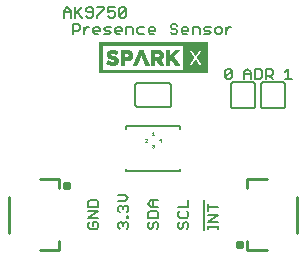
<source format=gto>
G75*
%MOIN*%
%OFA0B0*%
%FSLAX25Y25*%
%IPPOS*%
%LPD*%
%AMOC8*
5,1,8,0,0,1.08239X$1,22.5*
%
%ADD10C,0.00600*%
%ADD11C,0.01000*%
%ADD12C,0.01575*%
%ADD13C,0.00039*%
%ADD14C,0.00800*%
%ADD15C,0.00100*%
D10*
X0191630Y0095867D02*
X0192198Y0095300D01*
X0194466Y0095300D01*
X0195033Y0095867D01*
X0195033Y0097001D01*
X0194466Y0097569D01*
X0193332Y0097569D01*
X0193332Y0096434D01*
X0192198Y0097569D02*
X0191630Y0097001D01*
X0191630Y0095867D01*
X0191630Y0098983D02*
X0195033Y0101252D01*
X0191630Y0101252D01*
X0191630Y0102666D02*
X0191630Y0104368D01*
X0192198Y0104935D01*
X0194466Y0104935D01*
X0195033Y0104368D01*
X0195033Y0102666D01*
X0191630Y0102666D01*
X0191630Y0098983D02*
X0195033Y0098983D01*
X0201630Y0097001D02*
X0202198Y0097569D01*
X0202765Y0097569D01*
X0203332Y0097001D01*
X0203899Y0097569D01*
X0204466Y0097569D01*
X0205033Y0097001D01*
X0205033Y0095867D01*
X0204466Y0095300D01*
X0203332Y0096434D02*
X0203332Y0097001D01*
X0201630Y0097001D02*
X0201630Y0095867D01*
X0202198Y0095300D01*
X0204466Y0098983D02*
X0204466Y0099550D01*
X0205033Y0099550D01*
X0205033Y0098983D01*
X0204466Y0098983D01*
X0204466Y0100825D02*
X0205033Y0101392D01*
X0205033Y0102526D01*
X0204466Y0103093D01*
X0203899Y0103093D01*
X0203332Y0102526D01*
X0203332Y0101959D01*
X0203332Y0102526D02*
X0202765Y0103093D01*
X0202198Y0103093D01*
X0201630Y0102526D01*
X0201630Y0101392D01*
X0202198Y0100825D01*
X0201630Y0104508D02*
X0203899Y0104508D01*
X0205033Y0105642D01*
X0203899Y0106776D01*
X0201630Y0106776D01*
X0211630Y0103801D02*
X0212765Y0104935D01*
X0215033Y0104935D01*
X0213332Y0104935D02*
X0213332Y0102666D01*
X0212765Y0102666D02*
X0211630Y0103801D01*
X0212765Y0102666D02*
X0215033Y0102666D01*
X0214466Y0101252D02*
X0212198Y0101252D01*
X0211630Y0100685D01*
X0211630Y0098983D01*
X0215033Y0098983D01*
X0215033Y0100685D01*
X0214466Y0101252D01*
X0214466Y0097569D02*
X0215033Y0097001D01*
X0215033Y0095867D01*
X0214466Y0095300D01*
X0213332Y0095867D02*
X0213332Y0097001D01*
X0213899Y0097569D01*
X0214466Y0097569D01*
X0213332Y0095867D02*
X0212765Y0095300D01*
X0212198Y0095300D01*
X0211630Y0095867D01*
X0211630Y0097001D01*
X0212198Y0097569D01*
X0221630Y0097001D02*
X0221630Y0095867D01*
X0222198Y0095300D01*
X0222765Y0095300D01*
X0223332Y0095867D01*
X0223332Y0097001D01*
X0223899Y0097569D01*
X0224466Y0097569D01*
X0225033Y0097001D01*
X0225033Y0095867D01*
X0224466Y0095300D01*
X0222198Y0097569D02*
X0221630Y0097001D01*
X0222198Y0098983D02*
X0224466Y0098983D01*
X0225033Y0099550D01*
X0225033Y0100685D01*
X0224466Y0101252D01*
X0225033Y0102666D02*
X0221630Y0102666D01*
X0222198Y0101252D02*
X0221630Y0100685D01*
X0221630Y0099550D01*
X0222198Y0098983D01*
X0225033Y0102666D02*
X0225033Y0104935D01*
X0230433Y0104822D02*
X0230433Y0095000D01*
X0231630Y0095300D02*
X0231630Y0096434D01*
X0231630Y0095867D02*
X0235033Y0095867D01*
X0235033Y0095300D02*
X0235033Y0096434D01*
X0235033Y0097755D02*
X0231630Y0097755D01*
X0235033Y0100024D01*
X0231630Y0100024D01*
X0231630Y0101439D02*
X0231630Y0103707D01*
X0231630Y0102573D02*
X0235033Y0102573D01*
X0240333Y0135600D02*
X0246333Y0135600D01*
X0246393Y0135602D01*
X0246454Y0135607D01*
X0246513Y0135616D01*
X0246572Y0135629D01*
X0246631Y0135645D01*
X0246688Y0135665D01*
X0246743Y0135688D01*
X0246798Y0135715D01*
X0246850Y0135744D01*
X0246901Y0135777D01*
X0246950Y0135813D01*
X0246996Y0135851D01*
X0247040Y0135893D01*
X0247082Y0135937D01*
X0247120Y0135983D01*
X0247156Y0136032D01*
X0247189Y0136083D01*
X0247218Y0136135D01*
X0247245Y0136190D01*
X0247268Y0136245D01*
X0247288Y0136302D01*
X0247304Y0136361D01*
X0247317Y0136420D01*
X0247326Y0136479D01*
X0247331Y0136540D01*
X0247333Y0136600D01*
X0247333Y0143400D01*
X0247331Y0143460D01*
X0247326Y0143521D01*
X0247317Y0143580D01*
X0247304Y0143639D01*
X0247288Y0143698D01*
X0247268Y0143755D01*
X0247245Y0143810D01*
X0247218Y0143865D01*
X0247189Y0143917D01*
X0247156Y0143968D01*
X0247120Y0144017D01*
X0247082Y0144063D01*
X0247040Y0144107D01*
X0246996Y0144149D01*
X0246950Y0144187D01*
X0246901Y0144223D01*
X0246850Y0144256D01*
X0246798Y0144285D01*
X0246743Y0144312D01*
X0246688Y0144335D01*
X0246631Y0144355D01*
X0246572Y0144371D01*
X0246513Y0144384D01*
X0246454Y0144393D01*
X0246393Y0144398D01*
X0246333Y0144400D01*
X0240333Y0144400D01*
X0240273Y0144398D01*
X0240212Y0144393D01*
X0240153Y0144384D01*
X0240094Y0144371D01*
X0240035Y0144355D01*
X0239978Y0144335D01*
X0239923Y0144312D01*
X0239868Y0144285D01*
X0239816Y0144256D01*
X0239765Y0144223D01*
X0239716Y0144187D01*
X0239670Y0144149D01*
X0239626Y0144107D01*
X0239584Y0144063D01*
X0239546Y0144017D01*
X0239510Y0143968D01*
X0239477Y0143917D01*
X0239448Y0143865D01*
X0239421Y0143810D01*
X0239398Y0143755D01*
X0239378Y0143698D01*
X0239362Y0143639D01*
X0239349Y0143580D01*
X0239340Y0143521D01*
X0239335Y0143460D01*
X0239333Y0143400D01*
X0239333Y0136600D01*
X0239335Y0136540D01*
X0239340Y0136479D01*
X0239349Y0136420D01*
X0239362Y0136361D01*
X0239378Y0136302D01*
X0239398Y0136245D01*
X0239421Y0136190D01*
X0239448Y0136135D01*
X0239477Y0136083D01*
X0239510Y0136032D01*
X0239546Y0135983D01*
X0239584Y0135937D01*
X0239626Y0135893D01*
X0239670Y0135851D01*
X0239716Y0135813D01*
X0239765Y0135777D01*
X0239816Y0135744D01*
X0239868Y0135715D01*
X0239923Y0135688D01*
X0239978Y0135665D01*
X0240035Y0135645D01*
X0240094Y0135629D01*
X0240153Y0135616D01*
X0240212Y0135607D01*
X0240273Y0135602D01*
X0240333Y0135600D01*
X0249333Y0136600D02*
X0249333Y0143400D01*
X0249335Y0143460D01*
X0249340Y0143521D01*
X0249349Y0143580D01*
X0249362Y0143639D01*
X0249378Y0143698D01*
X0249398Y0143755D01*
X0249421Y0143810D01*
X0249448Y0143865D01*
X0249477Y0143917D01*
X0249510Y0143968D01*
X0249546Y0144017D01*
X0249584Y0144063D01*
X0249626Y0144107D01*
X0249670Y0144149D01*
X0249716Y0144187D01*
X0249765Y0144223D01*
X0249816Y0144256D01*
X0249868Y0144285D01*
X0249923Y0144312D01*
X0249978Y0144335D01*
X0250035Y0144355D01*
X0250094Y0144371D01*
X0250153Y0144384D01*
X0250212Y0144393D01*
X0250273Y0144398D01*
X0250333Y0144400D01*
X0256333Y0144400D01*
X0256393Y0144398D01*
X0256454Y0144393D01*
X0256513Y0144384D01*
X0256572Y0144371D01*
X0256631Y0144355D01*
X0256688Y0144335D01*
X0256743Y0144312D01*
X0256798Y0144285D01*
X0256850Y0144256D01*
X0256901Y0144223D01*
X0256950Y0144187D01*
X0256996Y0144149D01*
X0257040Y0144107D01*
X0257082Y0144063D01*
X0257120Y0144017D01*
X0257156Y0143968D01*
X0257189Y0143917D01*
X0257218Y0143865D01*
X0257245Y0143810D01*
X0257268Y0143755D01*
X0257288Y0143698D01*
X0257304Y0143639D01*
X0257317Y0143580D01*
X0257326Y0143521D01*
X0257331Y0143460D01*
X0257333Y0143400D01*
X0257333Y0136600D01*
X0257331Y0136540D01*
X0257326Y0136479D01*
X0257317Y0136420D01*
X0257304Y0136361D01*
X0257288Y0136302D01*
X0257268Y0136245D01*
X0257245Y0136190D01*
X0257218Y0136135D01*
X0257189Y0136083D01*
X0257156Y0136032D01*
X0257120Y0135983D01*
X0257082Y0135937D01*
X0257040Y0135893D01*
X0256996Y0135851D01*
X0256950Y0135813D01*
X0256901Y0135777D01*
X0256850Y0135744D01*
X0256798Y0135715D01*
X0256743Y0135688D01*
X0256688Y0135665D01*
X0256631Y0135645D01*
X0256572Y0135629D01*
X0256513Y0135616D01*
X0256454Y0135607D01*
X0256393Y0135602D01*
X0256333Y0135600D01*
X0250333Y0135600D01*
X0250273Y0135602D01*
X0250212Y0135607D01*
X0250153Y0135616D01*
X0250094Y0135629D01*
X0250035Y0135645D01*
X0249978Y0135665D01*
X0249923Y0135688D01*
X0249868Y0135715D01*
X0249816Y0135744D01*
X0249765Y0135777D01*
X0249716Y0135813D01*
X0249670Y0135851D01*
X0249626Y0135893D01*
X0249584Y0135937D01*
X0249546Y0135983D01*
X0249510Y0136032D01*
X0249477Y0136083D01*
X0249448Y0136135D01*
X0249421Y0136190D01*
X0249398Y0136245D01*
X0249378Y0136302D01*
X0249362Y0136361D01*
X0249349Y0136420D01*
X0249340Y0136479D01*
X0249335Y0136540D01*
X0249333Y0136600D01*
X0248993Y0145300D02*
X0249560Y0145867D01*
X0249560Y0148136D01*
X0248993Y0148703D01*
X0247292Y0148703D01*
X0247292Y0145300D01*
X0248993Y0145300D01*
X0250975Y0145300D02*
X0250975Y0148703D01*
X0252676Y0148703D01*
X0253244Y0148136D01*
X0253244Y0147001D01*
X0252676Y0146434D01*
X0250975Y0146434D01*
X0252109Y0146434D02*
X0253244Y0145300D01*
X0257292Y0145300D02*
X0259560Y0145300D01*
X0258426Y0145300D02*
X0258426Y0148703D01*
X0257292Y0147569D01*
X0245877Y0147569D02*
X0245877Y0145300D01*
X0245877Y0147001D02*
X0243609Y0147001D01*
X0243609Y0147569D02*
X0243609Y0145300D01*
X0239560Y0145867D02*
X0238993Y0145300D01*
X0237859Y0145300D01*
X0237292Y0145867D01*
X0239560Y0148136D01*
X0239560Y0145867D01*
X0237292Y0145867D02*
X0237292Y0148136D01*
X0237859Y0148703D01*
X0238993Y0148703D01*
X0239560Y0148136D01*
X0243609Y0147569D02*
X0244743Y0148703D01*
X0245877Y0147569D01*
X0219333Y0143000D02*
X0219333Y0137000D01*
X0219331Y0136940D01*
X0219326Y0136879D01*
X0219317Y0136820D01*
X0219304Y0136761D01*
X0219288Y0136702D01*
X0219268Y0136645D01*
X0219245Y0136590D01*
X0219218Y0136535D01*
X0219189Y0136483D01*
X0219156Y0136432D01*
X0219120Y0136383D01*
X0219082Y0136337D01*
X0219040Y0136293D01*
X0218996Y0136251D01*
X0218950Y0136213D01*
X0218901Y0136177D01*
X0218850Y0136144D01*
X0218798Y0136115D01*
X0218743Y0136088D01*
X0218688Y0136065D01*
X0218631Y0136045D01*
X0218572Y0136029D01*
X0218513Y0136016D01*
X0218454Y0136007D01*
X0218393Y0136002D01*
X0218333Y0136000D01*
X0208333Y0136000D01*
X0208273Y0136002D01*
X0208212Y0136007D01*
X0208153Y0136016D01*
X0208094Y0136029D01*
X0208035Y0136045D01*
X0207978Y0136065D01*
X0207923Y0136088D01*
X0207868Y0136115D01*
X0207816Y0136144D01*
X0207765Y0136177D01*
X0207716Y0136213D01*
X0207670Y0136251D01*
X0207626Y0136293D01*
X0207584Y0136337D01*
X0207546Y0136383D01*
X0207510Y0136432D01*
X0207477Y0136483D01*
X0207448Y0136535D01*
X0207421Y0136590D01*
X0207398Y0136645D01*
X0207378Y0136702D01*
X0207362Y0136761D01*
X0207349Y0136820D01*
X0207340Y0136879D01*
X0207335Y0136940D01*
X0207333Y0137000D01*
X0207333Y0143000D01*
X0207335Y0143060D01*
X0207340Y0143121D01*
X0207349Y0143180D01*
X0207362Y0143239D01*
X0207378Y0143298D01*
X0207398Y0143355D01*
X0207421Y0143410D01*
X0207448Y0143465D01*
X0207477Y0143517D01*
X0207510Y0143568D01*
X0207546Y0143617D01*
X0207584Y0143663D01*
X0207626Y0143707D01*
X0207670Y0143749D01*
X0207716Y0143787D01*
X0207765Y0143823D01*
X0207816Y0143856D01*
X0207868Y0143885D01*
X0207923Y0143912D01*
X0207978Y0143935D01*
X0208035Y0143955D01*
X0208094Y0143971D01*
X0208153Y0143984D01*
X0208212Y0143993D01*
X0208273Y0143998D01*
X0208333Y0144000D01*
X0218333Y0144000D01*
X0218393Y0143998D01*
X0218454Y0143993D01*
X0218513Y0143984D01*
X0218572Y0143971D01*
X0218631Y0143955D01*
X0218688Y0143935D01*
X0218743Y0143912D01*
X0218798Y0143885D01*
X0218850Y0143856D01*
X0218901Y0143823D01*
X0218950Y0143787D01*
X0218996Y0143749D01*
X0219040Y0143707D01*
X0219082Y0143663D01*
X0219120Y0143617D01*
X0219156Y0143568D01*
X0219189Y0143517D01*
X0219218Y0143465D01*
X0219245Y0143410D01*
X0219268Y0143355D01*
X0219288Y0143298D01*
X0219304Y0143239D01*
X0219317Y0143180D01*
X0219326Y0143121D01*
X0219331Y0143060D01*
X0219333Y0143000D01*
X0219725Y0160300D02*
X0219158Y0160867D01*
X0219725Y0160300D02*
X0220859Y0160300D01*
X0221427Y0160867D01*
X0221427Y0161434D01*
X0220859Y0162001D01*
X0219725Y0162001D01*
X0219158Y0162569D01*
X0219158Y0163136D01*
X0219725Y0163703D01*
X0220859Y0163703D01*
X0221427Y0163136D01*
X0222841Y0162001D02*
X0223408Y0162569D01*
X0224543Y0162569D01*
X0225110Y0162001D01*
X0225110Y0161434D01*
X0222841Y0161434D01*
X0222841Y0160867D02*
X0222841Y0162001D01*
X0222841Y0160867D02*
X0223408Y0160300D01*
X0224543Y0160300D01*
X0226524Y0160300D02*
X0226524Y0162569D01*
X0228226Y0162569D01*
X0228793Y0162001D01*
X0228793Y0160300D01*
X0230207Y0160300D02*
X0231909Y0160300D01*
X0232476Y0160867D01*
X0231909Y0161434D01*
X0230775Y0161434D01*
X0230207Y0162001D01*
X0230775Y0162569D01*
X0232476Y0162569D01*
X0233891Y0162001D02*
X0233891Y0160867D01*
X0234458Y0160300D01*
X0235592Y0160300D01*
X0236159Y0160867D01*
X0236159Y0162001D01*
X0235592Y0162569D01*
X0234458Y0162569D01*
X0233891Y0162001D01*
X0237574Y0161434D02*
X0238708Y0162569D01*
X0239275Y0162569D01*
X0237574Y0162569D02*
X0237574Y0160300D01*
X0214060Y0161434D02*
X0211792Y0161434D01*
X0211792Y0160867D02*
X0211792Y0162001D01*
X0212359Y0162569D01*
X0213493Y0162569D01*
X0214060Y0162001D01*
X0214060Y0161434D01*
X0213493Y0160300D02*
X0212359Y0160300D01*
X0211792Y0160867D01*
X0210377Y0160300D02*
X0208676Y0160300D01*
X0208109Y0160867D01*
X0208109Y0162001D01*
X0208676Y0162569D01*
X0210377Y0162569D01*
X0206694Y0162001D02*
X0206694Y0160300D01*
X0206694Y0162001D02*
X0206127Y0162569D01*
X0204425Y0162569D01*
X0204425Y0160300D01*
X0203011Y0161434D02*
X0200742Y0161434D01*
X0200742Y0160867D02*
X0200742Y0162001D01*
X0201309Y0162569D01*
X0202444Y0162569D01*
X0203011Y0162001D01*
X0203011Y0161434D01*
X0202444Y0160300D02*
X0201309Y0160300D01*
X0200742Y0160867D01*
X0199328Y0160867D02*
X0198761Y0161434D01*
X0197626Y0161434D01*
X0197059Y0162001D01*
X0197626Y0162569D01*
X0199328Y0162569D01*
X0199328Y0160867D02*
X0198761Y0160300D01*
X0197059Y0160300D01*
X0195645Y0161434D02*
X0193376Y0161434D01*
X0193376Y0160867D02*
X0193376Y0162001D01*
X0193943Y0162569D01*
X0195077Y0162569D01*
X0195645Y0162001D01*
X0195645Y0161434D01*
X0195077Y0160300D02*
X0193943Y0160300D01*
X0193376Y0160867D01*
X0192008Y0162569D02*
X0191441Y0162569D01*
X0190307Y0161434D01*
X0190307Y0160300D02*
X0190307Y0162569D01*
X0188892Y0163136D02*
X0188325Y0163703D01*
X0186624Y0163703D01*
X0186624Y0160300D01*
X0186624Y0161434D02*
X0188325Y0161434D01*
X0188892Y0162001D01*
X0188892Y0163136D01*
X0189536Y0165800D02*
X0187834Y0167501D01*
X0187267Y0166934D02*
X0189536Y0169203D01*
X0190950Y0168636D02*
X0191517Y0169203D01*
X0192652Y0169203D01*
X0193219Y0168636D01*
X0193219Y0166367D01*
X0192652Y0165800D01*
X0191517Y0165800D01*
X0190950Y0166367D01*
X0191517Y0167501D02*
X0193219Y0167501D01*
X0191517Y0167501D02*
X0190950Y0168069D01*
X0190950Y0168636D01*
X0187267Y0169203D02*
X0187267Y0165800D01*
X0185852Y0165800D02*
X0185852Y0168069D01*
X0184718Y0169203D01*
X0183584Y0168069D01*
X0183584Y0165800D01*
X0183584Y0167501D02*
X0185852Y0167501D01*
X0194633Y0166367D02*
X0194633Y0165800D01*
X0194633Y0166367D02*
X0196902Y0168636D01*
X0196902Y0169203D01*
X0194633Y0169203D01*
X0198316Y0169203D02*
X0198316Y0167501D01*
X0199451Y0168069D01*
X0200018Y0168069D01*
X0200585Y0167501D01*
X0200585Y0166367D01*
X0200018Y0165800D01*
X0198884Y0165800D01*
X0198316Y0166367D01*
X0202000Y0166367D02*
X0204268Y0168636D01*
X0204268Y0166367D01*
X0203701Y0165800D01*
X0202567Y0165800D01*
X0202000Y0166367D01*
X0202000Y0168636D01*
X0202567Y0169203D01*
X0203701Y0169203D01*
X0204268Y0168636D01*
X0200585Y0169203D02*
X0198316Y0169203D01*
D11*
X0181955Y0088189D02*
X0175459Y0088189D01*
X0181955Y0088189D02*
X0181955Y0091142D01*
X0165223Y0094094D02*
X0165223Y0105906D01*
X0175459Y0111811D02*
X0181955Y0111811D01*
X0181955Y0108858D01*
X0244711Y0108858D02*
X0244711Y0111811D01*
X0251207Y0111811D01*
X0261444Y0105906D02*
X0261444Y0094094D01*
X0251207Y0088189D02*
X0244711Y0088189D01*
X0244711Y0091142D01*
D12*
X0241595Y0090157D02*
X0241597Y0090204D01*
X0241603Y0090250D01*
X0241612Y0090296D01*
X0241626Y0090340D01*
X0241643Y0090384D01*
X0241664Y0090425D01*
X0241688Y0090465D01*
X0241715Y0090503D01*
X0241746Y0090538D01*
X0241779Y0090571D01*
X0241815Y0090601D01*
X0241854Y0090627D01*
X0241894Y0090651D01*
X0241936Y0090670D01*
X0241980Y0090687D01*
X0242025Y0090699D01*
X0242071Y0090708D01*
X0242117Y0090713D01*
X0242164Y0090714D01*
X0242210Y0090711D01*
X0242256Y0090704D01*
X0242302Y0090693D01*
X0242346Y0090679D01*
X0242389Y0090661D01*
X0242430Y0090639D01*
X0242470Y0090614D01*
X0242507Y0090586D01*
X0242542Y0090555D01*
X0242574Y0090521D01*
X0242603Y0090484D01*
X0242628Y0090446D01*
X0242651Y0090405D01*
X0242670Y0090362D01*
X0242685Y0090318D01*
X0242697Y0090273D01*
X0242705Y0090227D01*
X0242709Y0090180D01*
X0242709Y0090134D01*
X0242705Y0090087D01*
X0242697Y0090041D01*
X0242685Y0089996D01*
X0242670Y0089952D01*
X0242651Y0089909D01*
X0242628Y0089868D01*
X0242603Y0089830D01*
X0242574Y0089793D01*
X0242542Y0089759D01*
X0242507Y0089728D01*
X0242470Y0089700D01*
X0242431Y0089675D01*
X0242389Y0089653D01*
X0242346Y0089635D01*
X0242302Y0089621D01*
X0242256Y0089610D01*
X0242210Y0089603D01*
X0242164Y0089600D01*
X0242117Y0089601D01*
X0242071Y0089606D01*
X0242025Y0089615D01*
X0241980Y0089627D01*
X0241936Y0089644D01*
X0241894Y0089663D01*
X0241854Y0089687D01*
X0241815Y0089713D01*
X0241779Y0089743D01*
X0241746Y0089776D01*
X0241715Y0089811D01*
X0241688Y0089849D01*
X0241664Y0089889D01*
X0241643Y0089930D01*
X0241626Y0089974D01*
X0241612Y0090018D01*
X0241603Y0090064D01*
X0241597Y0090110D01*
X0241595Y0090157D01*
X0183957Y0109843D02*
X0183959Y0109890D01*
X0183965Y0109936D01*
X0183974Y0109982D01*
X0183988Y0110026D01*
X0184005Y0110070D01*
X0184026Y0110111D01*
X0184050Y0110151D01*
X0184077Y0110189D01*
X0184108Y0110224D01*
X0184141Y0110257D01*
X0184177Y0110287D01*
X0184216Y0110313D01*
X0184256Y0110337D01*
X0184298Y0110356D01*
X0184342Y0110373D01*
X0184387Y0110385D01*
X0184433Y0110394D01*
X0184479Y0110399D01*
X0184526Y0110400D01*
X0184572Y0110397D01*
X0184618Y0110390D01*
X0184664Y0110379D01*
X0184708Y0110365D01*
X0184751Y0110347D01*
X0184792Y0110325D01*
X0184832Y0110300D01*
X0184869Y0110272D01*
X0184904Y0110241D01*
X0184936Y0110207D01*
X0184965Y0110170D01*
X0184990Y0110132D01*
X0185013Y0110091D01*
X0185032Y0110048D01*
X0185047Y0110004D01*
X0185059Y0109959D01*
X0185067Y0109913D01*
X0185071Y0109866D01*
X0185071Y0109820D01*
X0185067Y0109773D01*
X0185059Y0109727D01*
X0185047Y0109682D01*
X0185032Y0109638D01*
X0185013Y0109595D01*
X0184990Y0109554D01*
X0184965Y0109516D01*
X0184936Y0109479D01*
X0184904Y0109445D01*
X0184869Y0109414D01*
X0184832Y0109386D01*
X0184793Y0109361D01*
X0184751Y0109339D01*
X0184708Y0109321D01*
X0184664Y0109307D01*
X0184618Y0109296D01*
X0184572Y0109289D01*
X0184526Y0109286D01*
X0184479Y0109287D01*
X0184433Y0109292D01*
X0184387Y0109301D01*
X0184342Y0109313D01*
X0184298Y0109330D01*
X0184256Y0109349D01*
X0184216Y0109373D01*
X0184177Y0109399D01*
X0184141Y0109429D01*
X0184108Y0109462D01*
X0184077Y0109497D01*
X0184050Y0109535D01*
X0184026Y0109575D01*
X0184005Y0109616D01*
X0183988Y0109660D01*
X0183974Y0109704D01*
X0183965Y0109750D01*
X0183959Y0109796D01*
X0183957Y0109843D01*
D13*
X0195333Y0147518D02*
X0222967Y0147518D01*
X0231333Y0147518D01*
X0231333Y0152015D01*
X0228314Y0152015D01*
X0229631Y0150084D01*
X0228381Y0150084D01*
X0227298Y0151740D01*
X0226207Y0150084D01*
X0225001Y0150084D01*
X0226326Y0152015D01*
X0223291Y0152015D01*
X0223291Y0148443D01*
X0222967Y0148443D01*
X0222967Y0147518D01*
X0222967Y0148443D01*
X0196259Y0148443D01*
X0196259Y0156557D01*
X0223291Y0156557D01*
X0223291Y0152015D01*
X0226326Y0152015D01*
X0226686Y0152540D01*
X0225073Y0154912D01*
X0226315Y0154912D01*
X0227330Y0153346D01*
X0228353Y0154912D01*
X0229559Y0154912D01*
X0227946Y0152554D01*
X0228314Y0152015D01*
X0231333Y0152015D01*
X0231333Y0157482D01*
X0223291Y0157482D01*
X0195333Y0157482D01*
X0195333Y0147518D01*
X0195333Y0147543D02*
X0222967Y0147543D01*
X0231333Y0147543D01*
X0231333Y0147581D02*
X0222967Y0147581D01*
X0195333Y0147581D01*
X0195333Y0147619D02*
X0222967Y0147619D01*
X0231333Y0147619D01*
X0231333Y0147657D02*
X0222967Y0147657D01*
X0195333Y0147657D01*
X0195333Y0147694D02*
X0222967Y0147694D01*
X0231333Y0147694D01*
X0231333Y0147732D02*
X0222967Y0147732D01*
X0195333Y0147732D01*
X0195333Y0147770D02*
X0222967Y0147770D01*
X0231333Y0147770D01*
X0231333Y0147808D02*
X0222967Y0147808D01*
X0195333Y0147808D01*
X0195333Y0147846D02*
X0222967Y0147846D01*
X0231333Y0147846D01*
X0231333Y0147884D02*
X0222967Y0147884D01*
X0195333Y0147884D01*
X0195333Y0147922D02*
X0222967Y0147922D01*
X0231333Y0147922D01*
X0231333Y0147960D02*
X0222967Y0147960D01*
X0195333Y0147960D01*
X0195333Y0147997D02*
X0222967Y0147997D01*
X0231333Y0147997D01*
X0231333Y0148035D02*
X0222967Y0148035D01*
X0195333Y0148035D01*
X0195333Y0148073D02*
X0222967Y0148073D01*
X0231333Y0148073D01*
X0231333Y0148111D02*
X0222967Y0148111D01*
X0195333Y0148111D01*
X0195333Y0148149D02*
X0222967Y0148149D01*
X0231333Y0148149D01*
X0231333Y0148187D02*
X0222967Y0148187D01*
X0195333Y0148187D01*
X0195333Y0148225D02*
X0222967Y0148225D01*
X0231333Y0148225D01*
X0231333Y0148263D02*
X0222967Y0148263D01*
X0195333Y0148263D01*
X0195333Y0148301D02*
X0222967Y0148301D01*
X0231333Y0148301D01*
X0231333Y0148338D02*
X0222967Y0148338D01*
X0195333Y0148338D01*
X0195333Y0148376D02*
X0222967Y0148376D01*
X0231333Y0148376D01*
X0231333Y0148414D02*
X0222967Y0148414D01*
X0195333Y0148414D01*
X0195333Y0148452D02*
X0196259Y0148452D01*
X0196259Y0148490D02*
X0195333Y0148490D01*
X0195333Y0148528D02*
X0196259Y0148528D01*
X0196259Y0148566D02*
X0195333Y0148566D01*
X0195333Y0148604D02*
X0196259Y0148604D01*
X0196259Y0148641D02*
X0195333Y0148641D01*
X0195333Y0148679D02*
X0196259Y0148679D01*
X0196259Y0148717D02*
X0195333Y0148717D01*
X0195333Y0148755D02*
X0196259Y0148755D01*
X0196259Y0148793D02*
X0195333Y0148793D01*
X0195333Y0148831D02*
X0196259Y0148831D01*
X0196259Y0148869D02*
X0195333Y0148869D01*
X0195333Y0148907D02*
X0196259Y0148907D01*
X0196259Y0148944D02*
X0195333Y0148944D01*
X0195333Y0148982D02*
X0196259Y0148982D01*
X0196259Y0149020D02*
X0195333Y0149020D01*
X0195333Y0149058D02*
X0196259Y0149058D01*
X0196259Y0149096D02*
X0195333Y0149096D01*
X0195333Y0149134D02*
X0196259Y0149134D01*
X0196259Y0149172D02*
X0195333Y0149172D01*
X0195333Y0149210D02*
X0196259Y0149210D01*
X0196259Y0149248D02*
X0195333Y0149248D01*
X0195333Y0149285D02*
X0196259Y0149285D01*
X0196259Y0149323D02*
X0195333Y0149323D01*
X0195333Y0149361D02*
X0196259Y0149361D01*
X0196259Y0149399D02*
X0195333Y0149399D01*
X0195333Y0149437D02*
X0196259Y0149437D01*
X0196259Y0149475D02*
X0195333Y0149475D01*
X0195333Y0149513D02*
X0196259Y0149513D01*
X0196259Y0149551D02*
X0195333Y0149551D01*
X0195333Y0149588D02*
X0196259Y0149588D01*
X0196259Y0149626D02*
X0195333Y0149626D01*
X0195333Y0149664D02*
X0196259Y0149664D01*
X0196259Y0149702D02*
X0195333Y0149702D01*
X0195333Y0149740D02*
X0196259Y0149740D01*
X0196259Y0149778D02*
X0195333Y0149778D01*
X0195333Y0149816D02*
X0196259Y0149816D01*
X0196259Y0149854D02*
X0195333Y0149854D01*
X0195333Y0149892D02*
X0196259Y0149892D01*
X0196259Y0149929D02*
X0195333Y0149929D01*
X0195333Y0149967D02*
X0196259Y0149967D01*
X0196259Y0150005D02*
X0195333Y0150005D01*
X0195333Y0150043D02*
X0196259Y0150043D01*
X0196259Y0150081D02*
X0195333Y0150081D01*
X0195333Y0150119D02*
X0196259Y0150119D01*
X0196259Y0150157D02*
X0195333Y0150157D01*
X0195333Y0150195D02*
X0196259Y0150195D01*
X0196259Y0150232D02*
X0195333Y0150232D01*
X0195333Y0150270D02*
X0196259Y0150270D01*
X0196259Y0150308D02*
X0195333Y0150308D01*
X0195333Y0150346D02*
X0196259Y0150346D01*
X0196259Y0150384D02*
X0195333Y0150384D01*
X0195333Y0150422D02*
X0196259Y0150422D01*
X0196259Y0150460D02*
X0195333Y0150460D01*
X0195333Y0150498D02*
X0196259Y0150498D01*
X0196259Y0150536D02*
X0195333Y0150536D01*
X0195333Y0150573D02*
X0196259Y0150573D01*
X0196259Y0150611D02*
X0195333Y0150611D01*
X0195333Y0150649D02*
X0196259Y0150649D01*
X0196259Y0150687D02*
X0195333Y0150687D01*
X0195333Y0150725D02*
X0196259Y0150725D01*
X0196259Y0150763D02*
X0195333Y0150763D01*
X0195333Y0150801D02*
X0196259Y0150801D01*
X0196259Y0150839D02*
X0195333Y0150839D01*
X0195333Y0150876D02*
X0196259Y0150876D01*
X0196259Y0150914D02*
X0195333Y0150914D01*
X0195333Y0150952D02*
X0196259Y0150952D01*
X0196259Y0150990D02*
X0195333Y0150990D01*
X0195333Y0151028D02*
X0196259Y0151028D01*
X0196259Y0151066D02*
X0195333Y0151066D01*
X0195333Y0151104D02*
X0196259Y0151104D01*
X0196259Y0151142D02*
X0195333Y0151142D01*
X0195333Y0151179D02*
X0196259Y0151179D01*
X0196259Y0151217D02*
X0195333Y0151217D01*
X0195333Y0151255D02*
X0196259Y0151255D01*
X0196259Y0151293D02*
X0195333Y0151293D01*
X0195333Y0151331D02*
X0196259Y0151331D01*
X0196259Y0151369D02*
X0195333Y0151369D01*
X0195333Y0151407D02*
X0196259Y0151407D01*
X0196259Y0151445D02*
X0195333Y0151445D01*
X0195333Y0151483D02*
X0196259Y0151483D01*
X0196259Y0151520D02*
X0195333Y0151520D01*
X0195333Y0151558D02*
X0196259Y0151558D01*
X0196259Y0151596D02*
X0195333Y0151596D01*
X0195333Y0151634D02*
X0196259Y0151634D01*
X0196259Y0151672D02*
X0195333Y0151672D01*
X0195333Y0151710D02*
X0196259Y0151710D01*
X0196259Y0151748D02*
X0195333Y0151748D01*
X0195333Y0151786D02*
X0196259Y0151786D01*
X0196259Y0151823D02*
X0195333Y0151823D01*
X0195333Y0151861D02*
X0196259Y0151861D01*
X0196259Y0151899D02*
X0195333Y0151899D01*
X0195333Y0151937D02*
X0196259Y0151937D01*
X0196259Y0151975D02*
X0195333Y0151975D01*
X0195333Y0152013D02*
X0196259Y0152013D01*
X0196259Y0152051D02*
X0195333Y0152051D01*
X0195333Y0152089D02*
X0196259Y0152089D01*
X0196259Y0152127D02*
X0195333Y0152127D01*
X0195333Y0152164D02*
X0196259Y0152164D01*
X0196259Y0152202D02*
X0195333Y0152202D01*
X0195333Y0152240D02*
X0196259Y0152240D01*
X0196259Y0152278D02*
X0195333Y0152278D01*
X0195333Y0152316D02*
X0196259Y0152316D01*
X0196259Y0152354D02*
X0195333Y0152354D01*
X0195333Y0152392D02*
X0196259Y0152392D01*
X0196259Y0152430D02*
X0195333Y0152430D01*
X0195333Y0152467D02*
X0196259Y0152467D01*
X0196259Y0152505D02*
X0195333Y0152505D01*
X0195333Y0152543D02*
X0196259Y0152543D01*
X0196259Y0152581D02*
X0195333Y0152581D01*
X0195333Y0152619D02*
X0196259Y0152619D01*
X0196259Y0152657D02*
X0195333Y0152657D01*
X0195333Y0152695D02*
X0196259Y0152695D01*
X0196259Y0152733D02*
X0195333Y0152733D01*
X0195333Y0152771D02*
X0196259Y0152771D01*
X0196259Y0152808D02*
X0195333Y0152808D01*
X0195333Y0152846D02*
X0196259Y0152846D01*
X0196259Y0152884D02*
X0195333Y0152884D01*
X0195333Y0152922D02*
X0196259Y0152922D01*
X0196259Y0152960D02*
X0195333Y0152960D01*
X0195333Y0152998D02*
X0196259Y0152998D01*
X0196259Y0153036D02*
X0195333Y0153036D01*
X0195333Y0153074D02*
X0196259Y0153074D01*
X0196259Y0153111D02*
X0195333Y0153111D01*
X0195333Y0153149D02*
X0196259Y0153149D01*
X0196259Y0153187D02*
X0195333Y0153187D01*
X0195333Y0153225D02*
X0196259Y0153225D01*
X0196259Y0153263D02*
X0195333Y0153263D01*
X0195333Y0153301D02*
X0196259Y0153301D01*
X0196259Y0153339D02*
X0195333Y0153339D01*
X0195333Y0153377D02*
X0196259Y0153377D01*
X0196259Y0153414D02*
X0195333Y0153414D01*
X0195333Y0153452D02*
X0196259Y0153452D01*
X0196259Y0153490D02*
X0195333Y0153490D01*
X0195333Y0153528D02*
X0196259Y0153528D01*
X0196259Y0153566D02*
X0195333Y0153566D01*
X0195333Y0153604D02*
X0196259Y0153604D01*
X0196259Y0153642D02*
X0195333Y0153642D01*
X0195333Y0153680D02*
X0196259Y0153680D01*
X0196259Y0153718D02*
X0195333Y0153718D01*
X0195333Y0153755D02*
X0196259Y0153755D01*
X0196259Y0153793D02*
X0195333Y0153793D01*
X0195333Y0153831D02*
X0196259Y0153831D01*
X0196259Y0153869D02*
X0195333Y0153869D01*
X0195333Y0153907D02*
X0196259Y0153907D01*
X0196259Y0153945D02*
X0195333Y0153945D01*
X0195333Y0153983D02*
X0196259Y0153983D01*
X0196259Y0154021D02*
X0195333Y0154021D01*
X0195333Y0154058D02*
X0196259Y0154058D01*
X0196259Y0154096D02*
X0195333Y0154096D01*
X0195333Y0154134D02*
X0196259Y0154134D01*
X0196259Y0154172D02*
X0195333Y0154172D01*
X0195333Y0154210D02*
X0196259Y0154210D01*
X0196259Y0154248D02*
X0195333Y0154248D01*
X0195333Y0154286D02*
X0196259Y0154286D01*
X0196259Y0154324D02*
X0195333Y0154324D01*
X0195333Y0154362D02*
X0196259Y0154362D01*
X0196259Y0154399D02*
X0195333Y0154399D01*
X0195333Y0154437D02*
X0196259Y0154437D01*
X0196259Y0154475D02*
X0195333Y0154475D01*
X0195333Y0154513D02*
X0196259Y0154513D01*
X0196259Y0154551D02*
X0195333Y0154551D01*
X0195333Y0154589D02*
X0196259Y0154589D01*
X0196259Y0154627D02*
X0195333Y0154627D01*
X0195333Y0154665D02*
X0196259Y0154665D01*
X0196259Y0154702D02*
X0195333Y0154702D01*
X0195333Y0154740D02*
X0196259Y0154740D01*
X0196259Y0154778D02*
X0195333Y0154778D01*
X0195333Y0154816D02*
X0196259Y0154816D01*
X0196259Y0154854D02*
X0195333Y0154854D01*
X0195333Y0154892D02*
X0196259Y0154892D01*
X0196259Y0154930D02*
X0195333Y0154930D01*
X0195333Y0154968D02*
X0196259Y0154968D01*
X0196259Y0155006D02*
X0195333Y0155006D01*
X0195333Y0155043D02*
X0196259Y0155043D01*
X0196259Y0155081D02*
X0195333Y0155081D01*
X0195333Y0155119D02*
X0196259Y0155119D01*
X0196259Y0155157D02*
X0195333Y0155157D01*
X0195333Y0155195D02*
X0196259Y0155195D01*
X0196259Y0155233D02*
X0195333Y0155233D01*
X0195333Y0155271D02*
X0196259Y0155271D01*
X0196259Y0155309D02*
X0195333Y0155309D01*
X0195333Y0155346D02*
X0196259Y0155346D01*
X0196259Y0155384D02*
X0195333Y0155384D01*
X0195333Y0155422D02*
X0196259Y0155422D01*
X0196259Y0155460D02*
X0195333Y0155460D01*
X0195333Y0155498D02*
X0196259Y0155498D01*
X0196259Y0155536D02*
X0195333Y0155536D01*
X0195333Y0155574D02*
X0196259Y0155574D01*
X0196259Y0155612D02*
X0195333Y0155612D01*
X0195333Y0155649D02*
X0196259Y0155649D01*
X0196259Y0155687D02*
X0195333Y0155687D01*
X0195333Y0155725D02*
X0196259Y0155725D01*
X0196259Y0155763D02*
X0195333Y0155763D01*
X0195333Y0155801D02*
X0196259Y0155801D01*
X0196259Y0155839D02*
X0195333Y0155839D01*
X0195333Y0155877D02*
X0196259Y0155877D01*
X0196259Y0155915D02*
X0195333Y0155915D01*
X0195333Y0155953D02*
X0196259Y0155953D01*
X0196259Y0155990D02*
X0195333Y0155990D01*
X0195333Y0156028D02*
X0196259Y0156028D01*
X0196259Y0156066D02*
X0195333Y0156066D01*
X0195333Y0156104D02*
X0196259Y0156104D01*
X0196259Y0156142D02*
X0195333Y0156142D01*
X0195333Y0156180D02*
X0196259Y0156180D01*
X0196259Y0156218D02*
X0195333Y0156218D01*
X0195333Y0156256D02*
X0196259Y0156256D01*
X0196259Y0156293D02*
X0195333Y0156293D01*
X0195333Y0156331D02*
X0196259Y0156331D01*
X0196259Y0156369D02*
X0195333Y0156369D01*
X0195333Y0156407D02*
X0196259Y0156407D01*
X0196259Y0156445D02*
X0195333Y0156445D01*
X0195333Y0156483D02*
X0196259Y0156483D01*
X0196259Y0156521D02*
X0195333Y0156521D01*
X0195333Y0156559D02*
X0231333Y0156559D01*
X0231333Y0156597D02*
X0195333Y0156597D01*
X0195333Y0156634D02*
X0231333Y0156634D01*
X0231333Y0156672D02*
X0195333Y0156672D01*
X0195333Y0156710D02*
X0231333Y0156710D01*
X0231333Y0156748D02*
X0195333Y0156748D01*
X0195333Y0156786D02*
X0231333Y0156786D01*
X0231333Y0156824D02*
X0195333Y0156824D01*
X0195333Y0156862D02*
X0231333Y0156862D01*
X0231333Y0156900D02*
X0195333Y0156900D01*
X0195333Y0156937D02*
X0231333Y0156937D01*
X0231333Y0156975D02*
X0195333Y0156975D01*
X0195333Y0157013D02*
X0231333Y0157013D01*
X0231333Y0157051D02*
X0195333Y0157051D01*
X0195333Y0157089D02*
X0231333Y0157089D01*
X0231333Y0157127D02*
X0195333Y0157127D01*
X0195333Y0157165D02*
X0231333Y0157165D01*
X0231333Y0157203D02*
X0195333Y0157203D01*
X0195333Y0157241D02*
X0231333Y0157241D01*
X0231333Y0157278D02*
X0195333Y0157278D01*
X0195333Y0157316D02*
X0231333Y0157316D01*
X0231333Y0157354D02*
X0195333Y0157354D01*
X0195333Y0157392D02*
X0231333Y0157392D01*
X0231333Y0157430D02*
X0195333Y0157430D01*
X0195333Y0157468D02*
X0231333Y0157468D01*
X0231333Y0156521D02*
X0223291Y0156521D01*
X0223291Y0156483D02*
X0231333Y0156483D01*
X0231333Y0156445D02*
X0223291Y0156445D01*
X0223291Y0156407D02*
X0231333Y0156407D01*
X0231333Y0156369D02*
X0223291Y0156369D01*
X0223291Y0156331D02*
X0231333Y0156331D01*
X0231333Y0156293D02*
X0223291Y0156293D01*
X0223291Y0156256D02*
X0231333Y0156256D01*
X0231333Y0156218D02*
X0223291Y0156218D01*
X0223291Y0156180D02*
X0231333Y0156180D01*
X0231333Y0156142D02*
X0223291Y0156142D01*
X0223291Y0156104D02*
X0231333Y0156104D01*
X0231333Y0156066D02*
X0223291Y0156066D01*
X0223291Y0156028D02*
X0231333Y0156028D01*
X0231333Y0155990D02*
X0223291Y0155990D01*
X0223291Y0155953D02*
X0231333Y0155953D01*
X0231333Y0155915D02*
X0223291Y0155915D01*
X0223291Y0155877D02*
X0231333Y0155877D01*
X0231333Y0155839D02*
X0223291Y0155839D01*
X0223291Y0155801D02*
X0231333Y0155801D01*
X0231333Y0155763D02*
X0223291Y0155763D01*
X0223291Y0155725D02*
X0231333Y0155725D01*
X0231333Y0155687D02*
X0223291Y0155687D01*
X0223291Y0155649D02*
X0231333Y0155649D01*
X0231333Y0155612D02*
X0223291Y0155612D01*
X0223291Y0155574D02*
X0231333Y0155574D01*
X0231333Y0155536D02*
X0223291Y0155536D01*
X0223291Y0155498D02*
X0231333Y0155498D01*
X0231333Y0155460D02*
X0223291Y0155460D01*
X0223291Y0155422D02*
X0231333Y0155422D01*
X0231333Y0155384D02*
X0223291Y0155384D01*
X0223291Y0155346D02*
X0231333Y0155346D01*
X0231333Y0155309D02*
X0223291Y0155309D01*
X0223291Y0155271D02*
X0231333Y0155271D01*
X0231333Y0155233D02*
X0223291Y0155233D01*
X0223291Y0155195D02*
X0231333Y0155195D01*
X0231333Y0155157D02*
X0223291Y0155157D01*
X0223291Y0155119D02*
X0231333Y0155119D01*
X0231333Y0155081D02*
X0223291Y0155081D01*
X0223291Y0155043D02*
X0231333Y0155043D01*
X0231333Y0155006D02*
X0223291Y0155006D01*
X0223291Y0154968D02*
X0231333Y0154968D01*
X0231333Y0154930D02*
X0223291Y0154930D01*
X0223291Y0154892D02*
X0225087Y0154892D01*
X0225112Y0154854D02*
X0223291Y0154854D01*
X0223291Y0154816D02*
X0225138Y0154816D01*
X0225164Y0154778D02*
X0223291Y0154778D01*
X0223291Y0154740D02*
X0225190Y0154740D01*
X0225215Y0154702D02*
X0223291Y0154702D01*
X0223291Y0154665D02*
X0225241Y0154665D01*
X0225267Y0154627D02*
X0223291Y0154627D01*
X0223291Y0154589D02*
X0225293Y0154589D01*
X0225318Y0154551D02*
X0223291Y0154551D01*
X0223291Y0154513D02*
X0225344Y0154513D01*
X0225370Y0154475D02*
X0223291Y0154475D01*
X0223291Y0154437D02*
X0225396Y0154437D01*
X0225421Y0154399D02*
X0223291Y0154399D01*
X0223291Y0154362D02*
X0225447Y0154362D01*
X0225473Y0154324D02*
X0223291Y0154324D01*
X0223291Y0154286D02*
X0225499Y0154286D01*
X0225524Y0154248D02*
X0223291Y0154248D01*
X0223291Y0154210D02*
X0225550Y0154210D01*
X0225576Y0154172D02*
X0223291Y0154172D01*
X0223291Y0154134D02*
X0225602Y0154134D01*
X0225627Y0154096D02*
X0223291Y0154096D01*
X0223291Y0154058D02*
X0225653Y0154058D01*
X0225679Y0154021D02*
X0223291Y0154021D01*
X0223291Y0153983D02*
X0225705Y0153983D01*
X0225730Y0153945D02*
X0223291Y0153945D01*
X0223291Y0153907D02*
X0225756Y0153907D01*
X0225782Y0153869D02*
X0223291Y0153869D01*
X0223291Y0153831D02*
X0225808Y0153831D01*
X0225833Y0153793D02*
X0223291Y0153793D01*
X0223291Y0153755D02*
X0225859Y0153755D01*
X0225885Y0153718D02*
X0223291Y0153718D01*
X0223291Y0153680D02*
X0225911Y0153680D01*
X0225936Y0153642D02*
X0223291Y0153642D01*
X0223291Y0153604D02*
X0225962Y0153604D01*
X0225988Y0153566D02*
X0223291Y0153566D01*
X0223291Y0153528D02*
X0226014Y0153528D01*
X0226039Y0153490D02*
X0223291Y0153490D01*
X0223291Y0153452D02*
X0226065Y0153452D01*
X0226091Y0153414D02*
X0223291Y0153414D01*
X0223291Y0153377D02*
X0226117Y0153377D01*
X0226142Y0153339D02*
X0223291Y0153339D01*
X0223291Y0153301D02*
X0226168Y0153301D01*
X0226194Y0153263D02*
X0223291Y0153263D01*
X0223291Y0153225D02*
X0226220Y0153225D01*
X0226245Y0153187D02*
X0223291Y0153187D01*
X0223291Y0153149D02*
X0226271Y0153149D01*
X0226297Y0153111D02*
X0223291Y0153111D01*
X0223291Y0153074D02*
X0226323Y0153074D01*
X0226348Y0153036D02*
X0223291Y0153036D01*
X0223291Y0152998D02*
X0226374Y0152998D01*
X0226400Y0152960D02*
X0223291Y0152960D01*
X0223291Y0152922D02*
X0226426Y0152922D01*
X0226452Y0152884D02*
X0223291Y0152884D01*
X0223291Y0152846D02*
X0226477Y0152846D01*
X0226503Y0152808D02*
X0223291Y0152808D01*
X0223291Y0152771D02*
X0226529Y0152771D01*
X0226555Y0152733D02*
X0223291Y0152733D01*
X0223291Y0152695D02*
X0226580Y0152695D01*
X0226606Y0152657D02*
X0223291Y0152657D01*
X0223291Y0152619D02*
X0226632Y0152619D01*
X0226658Y0152581D02*
X0223291Y0152581D01*
X0223291Y0152543D02*
X0226683Y0152543D01*
X0226662Y0152505D02*
X0223291Y0152505D01*
X0223291Y0152467D02*
X0226636Y0152467D01*
X0226610Y0152430D02*
X0223291Y0152430D01*
X0223291Y0152392D02*
X0226584Y0152392D01*
X0226558Y0152354D02*
X0223291Y0152354D01*
X0223291Y0152316D02*
X0226532Y0152316D01*
X0226506Y0152278D02*
X0223291Y0152278D01*
X0223291Y0152240D02*
X0226480Y0152240D01*
X0226454Y0152202D02*
X0223291Y0152202D01*
X0223291Y0152164D02*
X0226428Y0152164D01*
X0226402Y0152127D02*
X0223291Y0152127D01*
X0223291Y0152089D02*
X0226376Y0152089D01*
X0226350Y0152051D02*
X0223291Y0152051D01*
X0223291Y0152013D02*
X0226324Y0152013D01*
X0226298Y0151975D02*
X0223291Y0151975D01*
X0223291Y0151937D02*
X0226272Y0151937D01*
X0226246Y0151899D02*
X0223291Y0151899D01*
X0223291Y0151861D02*
X0226220Y0151861D01*
X0226194Y0151823D02*
X0223291Y0151823D01*
X0223291Y0151786D02*
X0226168Y0151786D01*
X0226142Y0151748D02*
X0223291Y0151748D01*
X0223291Y0151710D02*
X0226116Y0151710D01*
X0226090Y0151672D02*
X0223291Y0151672D01*
X0223291Y0151634D02*
X0226064Y0151634D01*
X0226038Y0151596D02*
X0223291Y0151596D01*
X0223291Y0151558D02*
X0226012Y0151558D01*
X0225986Y0151520D02*
X0223291Y0151520D01*
X0223291Y0151483D02*
X0225960Y0151483D01*
X0225934Y0151445D02*
X0223291Y0151445D01*
X0223291Y0151407D02*
X0225908Y0151407D01*
X0225882Y0151369D02*
X0223291Y0151369D01*
X0223291Y0151331D02*
X0225856Y0151331D01*
X0225830Y0151293D02*
X0223291Y0151293D01*
X0223291Y0151255D02*
X0225804Y0151255D01*
X0225778Y0151217D02*
X0223291Y0151217D01*
X0223291Y0151179D02*
X0225752Y0151179D01*
X0225726Y0151142D02*
X0223291Y0151142D01*
X0223291Y0151104D02*
X0225700Y0151104D01*
X0225674Y0151066D02*
X0223291Y0151066D01*
X0223291Y0151028D02*
X0225648Y0151028D01*
X0225622Y0150990D02*
X0223291Y0150990D01*
X0223291Y0150952D02*
X0225596Y0150952D01*
X0225570Y0150914D02*
X0223291Y0150914D01*
X0223291Y0150876D02*
X0225544Y0150876D01*
X0225518Y0150839D02*
X0223291Y0150839D01*
X0223291Y0150801D02*
X0225492Y0150801D01*
X0225466Y0150763D02*
X0223291Y0150763D01*
X0223291Y0150725D02*
X0225441Y0150725D01*
X0225415Y0150687D02*
X0223291Y0150687D01*
X0223291Y0150649D02*
X0225389Y0150649D01*
X0225363Y0150611D02*
X0223291Y0150611D01*
X0223291Y0150573D02*
X0225337Y0150573D01*
X0225311Y0150536D02*
X0223291Y0150536D01*
X0223291Y0150498D02*
X0225285Y0150498D01*
X0225259Y0150460D02*
X0223291Y0150460D01*
X0223291Y0150422D02*
X0225233Y0150422D01*
X0225207Y0150384D02*
X0223291Y0150384D01*
X0223291Y0150346D02*
X0225181Y0150346D01*
X0225155Y0150308D02*
X0223291Y0150308D01*
X0223291Y0150270D02*
X0225129Y0150270D01*
X0225103Y0150232D02*
X0223291Y0150232D01*
X0223291Y0150195D02*
X0225077Y0150195D01*
X0225051Y0150157D02*
X0223291Y0150157D01*
X0223291Y0150119D02*
X0225025Y0150119D01*
X0226230Y0150119D02*
X0228359Y0150119D01*
X0228334Y0150157D02*
X0226255Y0150157D01*
X0226280Y0150195D02*
X0228309Y0150195D01*
X0228284Y0150232D02*
X0226304Y0150232D01*
X0226329Y0150270D02*
X0228260Y0150270D01*
X0228235Y0150308D02*
X0226354Y0150308D01*
X0226379Y0150346D02*
X0228210Y0150346D01*
X0228185Y0150384D02*
X0226404Y0150384D01*
X0226429Y0150422D02*
X0228161Y0150422D01*
X0228136Y0150460D02*
X0226454Y0150460D01*
X0226479Y0150498D02*
X0228111Y0150498D01*
X0228086Y0150536D02*
X0226504Y0150536D01*
X0226529Y0150573D02*
X0228061Y0150573D01*
X0228037Y0150611D02*
X0226554Y0150611D01*
X0226579Y0150649D02*
X0228012Y0150649D01*
X0227987Y0150687D02*
X0226604Y0150687D01*
X0226629Y0150725D02*
X0227962Y0150725D01*
X0227937Y0150763D02*
X0226654Y0150763D01*
X0226679Y0150801D02*
X0227913Y0150801D01*
X0227888Y0150839D02*
X0226704Y0150839D01*
X0226729Y0150876D02*
X0227863Y0150876D01*
X0227838Y0150914D02*
X0226754Y0150914D01*
X0226779Y0150952D02*
X0227813Y0150952D01*
X0227789Y0150990D02*
X0226803Y0150990D01*
X0226828Y0151028D02*
X0227764Y0151028D01*
X0227739Y0151066D02*
X0226853Y0151066D01*
X0226878Y0151104D02*
X0227714Y0151104D01*
X0227690Y0151142D02*
X0226903Y0151142D01*
X0226928Y0151179D02*
X0227665Y0151179D01*
X0227640Y0151217D02*
X0226953Y0151217D01*
X0226978Y0151255D02*
X0227615Y0151255D01*
X0227590Y0151293D02*
X0227003Y0151293D01*
X0227028Y0151331D02*
X0227566Y0151331D01*
X0227541Y0151369D02*
X0227053Y0151369D01*
X0227078Y0151407D02*
X0227516Y0151407D01*
X0227491Y0151445D02*
X0227103Y0151445D01*
X0227128Y0151483D02*
X0227466Y0151483D01*
X0227442Y0151520D02*
X0227153Y0151520D01*
X0227178Y0151558D02*
X0227417Y0151558D01*
X0227392Y0151596D02*
X0227203Y0151596D01*
X0227228Y0151634D02*
X0227367Y0151634D01*
X0227343Y0151672D02*
X0227253Y0151672D01*
X0227278Y0151710D02*
X0227318Y0151710D01*
X0228134Y0152278D02*
X0231333Y0152278D01*
X0231333Y0152240D02*
X0228160Y0152240D01*
X0228186Y0152202D02*
X0231333Y0152202D01*
X0231333Y0152164D02*
X0228212Y0152164D01*
X0228237Y0152127D02*
X0231333Y0152127D01*
X0231333Y0152089D02*
X0228263Y0152089D01*
X0228289Y0152051D02*
X0231333Y0152051D01*
X0231333Y0152013D02*
X0228315Y0152013D01*
X0228341Y0151975D02*
X0231333Y0151975D01*
X0231333Y0151937D02*
X0228367Y0151937D01*
X0228393Y0151899D02*
X0231333Y0151899D01*
X0231333Y0151861D02*
X0228418Y0151861D01*
X0228444Y0151823D02*
X0231333Y0151823D01*
X0231333Y0151786D02*
X0228470Y0151786D01*
X0228496Y0151748D02*
X0231333Y0151748D01*
X0231333Y0151710D02*
X0228522Y0151710D01*
X0228548Y0151672D02*
X0231333Y0151672D01*
X0231333Y0151634D02*
X0228573Y0151634D01*
X0228599Y0151596D02*
X0231333Y0151596D01*
X0231333Y0151558D02*
X0228625Y0151558D01*
X0228651Y0151520D02*
X0231333Y0151520D01*
X0231333Y0151483D02*
X0228677Y0151483D01*
X0228703Y0151445D02*
X0231333Y0151445D01*
X0231333Y0151407D02*
X0228728Y0151407D01*
X0228754Y0151369D02*
X0231333Y0151369D01*
X0231333Y0151331D02*
X0228780Y0151331D01*
X0228806Y0151293D02*
X0231333Y0151293D01*
X0231333Y0151255D02*
X0228832Y0151255D01*
X0228858Y0151217D02*
X0231333Y0151217D01*
X0231333Y0151179D02*
X0228884Y0151179D01*
X0228909Y0151142D02*
X0231333Y0151142D01*
X0231333Y0151104D02*
X0228935Y0151104D01*
X0228961Y0151066D02*
X0231333Y0151066D01*
X0231333Y0151028D02*
X0228987Y0151028D01*
X0229013Y0150990D02*
X0231333Y0150990D01*
X0231333Y0150952D02*
X0229039Y0150952D01*
X0229064Y0150914D02*
X0231333Y0150914D01*
X0231333Y0150876D02*
X0229090Y0150876D01*
X0229116Y0150839D02*
X0231333Y0150839D01*
X0231333Y0150801D02*
X0229142Y0150801D01*
X0229168Y0150763D02*
X0231333Y0150763D01*
X0231333Y0150725D02*
X0229194Y0150725D01*
X0229219Y0150687D02*
X0231333Y0150687D01*
X0231333Y0150649D02*
X0229245Y0150649D01*
X0229271Y0150611D02*
X0231333Y0150611D01*
X0231333Y0150573D02*
X0229297Y0150573D01*
X0229323Y0150536D02*
X0231333Y0150536D01*
X0231333Y0150498D02*
X0229349Y0150498D01*
X0229374Y0150460D02*
X0231333Y0150460D01*
X0231333Y0150422D02*
X0229400Y0150422D01*
X0229426Y0150384D02*
X0231333Y0150384D01*
X0231333Y0150346D02*
X0229452Y0150346D01*
X0229478Y0150308D02*
X0231333Y0150308D01*
X0231333Y0150270D02*
X0229504Y0150270D01*
X0229530Y0150232D02*
X0231333Y0150232D01*
X0231333Y0150195D02*
X0229555Y0150195D01*
X0229581Y0150157D02*
X0231333Y0150157D01*
X0231333Y0150119D02*
X0229607Y0150119D01*
X0231333Y0150081D02*
X0223291Y0150081D01*
X0223291Y0150043D02*
X0231333Y0150043D01*
X0231333Y0150005D02*
X0223291Y0150005D01*
X0223291Y0149967D02*
X0231333Y0149967D01*
X0231333Y0149929D02*
X0223291Y0149929D01*
X0223291Y0149892D02*
X0231333Y0149892D01*
X0231333Y0149854D02*
X0223291Y0149854D01*
X0223291Y0149816D02*
X0231333Y0149816D01*
X0231333Y0149778D02*
X0223291Y0149778D01*
X0223291Y0149740D02*
X0231333Y0149740D01*
X0231333Y0149702D02*
X0223291Y0149702D01*
X0223291Y0149664D02*
X0231333Y0149664D01*
X0231333Y0149626D02*
X0223291Y0149626D01*
X0223291Y0149588D02*
X0231333Y0149588D01*
X0231333Y0149551D02*
X0223291Y0149551D01*
X0223291Y0149513D02*
X0231333Y0149513D01*
X0231333Y0149475D02*
X0223291Y0149475D01*
X0223291Y0149437D02*
X0231333Y0149437D01*
X0231333Y0149399D02*
X0223291Y0149399D01*
X0223291Y0149361D02*
X0231333Y0149361D01*
X0231333Y0149323D02*
X0223291Y0149323D01*
X0223291Y0149285D02*
X0231333Y0149285D01*
X0231333Y0149248D02*
X0223291Y0149248D01*
X0223291Y0149210D02*
X0231333Y0149210D01*
X0231333Y0149172D02*
X0223291Y0149172D01*
X0223291Y0149134D02*
X0231333Y0149134D01*
X0231333Y0149096D02*
X0223291Y0149096D01*
X0223291Y0149058D02*
X0231333Y0149058D01*
X0231333Y0149020D02*
X0223291Y0149020D01*
X0223291Y0148982D02*
X0231333Y0148982D01*
X0231333Y0148944D02*
X0223291Y0148944D01*
X0223291Y0148907D02*
X0231333Y0148907D01*
X0231333Y0148869D02*
X0223291Y0148869D01*
X0223291Y0148831D02*
X0231333Y0148831D01*
X0231333Y0148793D02*
X0223291Y0148793D01*
X0223291Y0148755D02*
X0231333Y0148755D01*
X0231333Y0148717D02*
X0223291Y0148717D01*
X0223291Y0148679D02*
X0231333Y0148679D01*
X0231333Y0148641D02*
X0223291Y0148641D01*
X0223291Y0148604D02*
X0231333Y0148604D01*
X0231333Y0148566D02*
X0223291Y0148566D01*
X0223291Y0148528D02*
X0231333Y0148528D01*
X0231333Y0148490D02*
X0223291Y0148490D01*
X0223291Y0148452D02*
X0231333Y0148452D01*
X0231333Y0152316D02*
X0228108Y0152316D01*
X0228082Y0152354D02*
X0231333Y0152354D01*
X0231333Y0152392D02*
X0228056Y0152392D01*
X0228031Y0152430D02*
X0231333Y0152430D01*
X0231333Y0152467D02*
X0228005Y0152467D01*
X0227979Y0152505D02*
X0231333Y0152505D01*
X0231333Y0152543D02*
X0227953Y0152543D01*
X0227964Y0152581D02*
X0231333Y0152581D01*
X0231333Y0152619D02*
X0227990Y0152619D01*
X0228016Y0152657D02*
X0231333Y0152657D01*
X0231333Y0152695D02*
X0228042Y0152695D01*
X0228068Y0152733D02*
X0231333Y0152733D01*
X0231333Y0152771D02*
X0228094Y0152771D01*
X0228120Y0152808D02*
X0231333Y0152808D01*
X0231333Y0152846D02*
X0228146Y0152846D01*
X0228172Y0152884D02*
X0231333Y0152884D01*
X0231333Y0152922D02*
X0228197Y0152922D01*
X0228223Y0152960D02*
X0231333Y0152960D01*
X0231333Y0152998D02*
X0228249Y0152998D01*
X0228275Y0153036D02*
X0231333Y0153036D01*
X0231333Y0153074D02*
X0228301Y0153074D01*
X0228327Y0153111D02*
X0231333Y0153111D01*
X0231333Y0153149D02*
X0228353Y0153149D01*
X0228379Y0153187D02*
X0231333Y0153187D01*
X0231333Y0153225D02*
X0228405Y0153225D01*
X0228431Y0153263D02*
X0231333Y0153263D01*
X0231333Y0153301D02*
X0228457Y0153301D01*
X0228482Y0153339D02*
X0231333Y0153339D01*
X0231333Y0153377D02*
X0228508Y0153377D01*
X0228534Y0153414D02*
X0231333Y0153414D01*
X0231333Y0153452D02*
X0228560Y0153452D01*
X0228586Y0153490D02*
X0231333Y0153490D01*
X0231333Y0153528D02*
X0228612Y0153528D01*
X0228638Y0153566D02*
X0231333Y0153566D01*
X0231333Y0153604D02*
X0228664Y0153604D01*
X0228690Y0153642D02*
X0231333Y0153642D01*
X0231333Y0153680D02*
X0228716Y0153680D01*
X0228742Y0153718D02*
X0231333Y0153718D01*
X0231333Y0153755D02*
X0228767Y0153755D01*
X0228793Y0153793D02*
X0231333Y0153793D01*
X0231333Y0153831D02*
X0228819Y0153831D01*
X0228845Y0153869D02*
X0231333Y0153869D01*
X0231333Y0153907D02*
X0228871Y0153907D01*
X0228897Y0153945D02*
X0231333Y0153945D01*
X0231333Y0153983D02*
X0228923Y0153983D01*
X0228949Y0154021D02*
X0231333Y0154021D01*
X0231333Y0154058D02*
X0228975Y0154058D01*
X0229001Y0154096D02*
X0231333Y0154096D01*
X0231333Y0154134D02*
X0229027Y0154134D01*
X0229052Y0154172D02*
X0231333Y0154172D01*
X0231333Y0154210D02*
X0229078Y0154210D01*
X0229104Y0154248D02*
X0231333Y0154248D01*
X0231333Y0154286D02*
X0229130Y0154286D01*
X0229156Y0154324D02*
X0231333Y0154324D01*
X0231333Y0154362D02*
X0229182Y0154362D01*
X0229208Y0154399D02*
X0231333Y0154399D01*
X0231333Y0154437D02*
X0229234Y0154437D01*
X0229260Y0154475D02*
X0231333Y0154475D01*
X0231333Y0154513D02*
X0229286Y0154513D01*
X0229312Y0154551D02*
X0231333Y0154551D01*
X0231333Y0154589D02*
X0229337Y0154589D01*
X0229363Y0154627D02*
X0231333Y0154627D01*
X0231333Y0154665D02*
X0229389Y0154665D01*
X0229415Y0154702D02*
X0231333Y0154702D01*
X0231333Y0154740D02*
X0229441Y0154740D01*
X0229467Y0154778D02*
X0231333Y0154778D01*
X0231333Y0154816D02*
X0229493Y0154816D01*
X0229519Y0154854D02*
X0231333Y0154854D01*
X0231333Y0154892D02*
X0229545Y0154892D01*
X0228339Y0154892D02*
X0226328Y0154892D01*
X0226353Y0154854D02*
X0228315Y0154854D01*
X0228290Y0154816D02*
X0226377Y0154816D01*
X0226402Y0154778D02*
X0228265Y0154778D01*
X0228240Y0154740D02*
X0226426Y0154740D01*
X0226451Y0154702D02*
X0228216Y0154702D01*
X0228191Y0154665D02*
X0226475Y0154665D01*
X0226500Y0154627D02*
X0228166Y0154627D01*
X0228142Y0154589D02*
X0226524Y0154589D01*
X0226549Y0154551D02*
X0228117Y0154551D01*
X0228092Y0154513D02*
X0226574Y0154513D01*
X0226598Y0154475D02*
X0228067Y0154475D01*
X0228043Y0154437D02*
X0226623Y0154437D01*
X0226647Y0154399D02*
X0228018Y0154399D01*
X0227993Y0154362D02*
X0226672Y0154362D01*
X0226696Y0154324D02*
X0227968Y0154324D01*
X0227944Y0154286D02*
X0226721Y0154286D01*
X0226745Y0154248D02*
X0227919Y0154248D01*
X0227894Y0154210D02*
X0226770Y0154210D01*
X0226795Y0154172D02*
X0227869Y0154172D01*
X0227845Y0154134D02*
X0226819Y0154134D01*
X0226844Y0154096D02*
X0227820Y0154096D01*
X0227795Y0154058D02*
X0226868Y0154058D01*
X0226893Y0154021D02*
X0227771Y0154021D01*
X0227746Y0153983D02*
X0226917Y0153983D01*
X0226942Y0153945D02*
X0227721Y0153945D01*
X0227696Y0153907D02*
X0226966Y0153907D01*
X0226991Y0153869D02*
X0227672Y0153869D01*
X0227647Y0153831D02*
X0227016Y0153831D01*
X0227040Y0153793D02*
X0227622Y0153793D01*
X0227597Y0153755D02*
X0227065Y0153755D01*
X0227089Y0153718D02*
X0227573Y0153718D01*
X0227548Y0153680D02*
X0227114Y0153680D01*
X0227138Y0153642D02*
X0227523Y0153642D01*
X0227498Y0153604D02*
X0227163Y0153604D01*
X0227187Y0153566D02*
X0227474Y0153566D01*
X0227449Y0153528D02*
X0227212Y0153528D01*
X0227237Y0153490D02*
X0227424Y0153490D01*
X0227400Y0153452D02*
X0227261Y0153452D01*
X0227286Y0153414D02*
X0227375Y0153414D01*
X0227350Y0153377D02*
X0227310Y0153377D01*
X0221847Y0154912D02*
X0220566Y0154912D01*
X0219425Y0153684D01*
X0220669Y0153684D01*
X0221847Y0154912D01*
X0221828Y0154892D02*
X0220547Y0154892D01*
X0220512Y0154854D02*
X0221792Y0154854D01*
X0221755Y0154816D02*
X0220477Y0154816D01*
X0220442Y0154778D02*
X0221719Y0154778D01*
X0221683Y0154740D02*
X0220406Y0154740D01*
X0220371Y0154702D02*
X0221646Y0154702D01*
X0221610Y0154665D02*
X0220336Y0154665D01*
X0220301Y0154627D02*
X0221574Y0154627D01*
X0221537Y0154589D02*
X0220266Y0154589D01*
X0220231Y0154551D02*
X0221501Y0154551D01*
X0221464Y0154513D02*
X0220195Y0154513D01*
X0220160Y0154475D02*
X0221428Y0154475D01*
X0221392Y0154437D02*
X0220125Y0154437D01*
X0220090Y0154399D02*
X0221355Y0154399D01*
X0221319Y0154362D02*
X0220055Y0154362D01*
X0220020Y0154324D02*
X0221283Y0154324D01*
X0221246Y0154286D02*
X0219984Y0154286D01*
X0219949Y0154248D02*
X0221210Y0154248D01*
X0221174Y0154210D02*
X0219914Y0154210D01*
X0219879Y0154172D02*
X0221137Y0154172D01*
X0221101Y0154134D02*
X0219844Y0154134D01*
X0219809Y0154096D02*
X0221065Y0154096D01*
X0221028Y0154058D02*
X0219773Y0154058D01*
X0219738Y0154021D02*
X0220992Y0154021D01*
X0220956Y0153983D02*
X0219703Y0153983D01*
X0219668Y0153945D02*
X0220919Y0153945D01*
X0220883Y0153907D02*
X0219633Y0153907D01*
X0219598Y0153869D02*
X0220847Y0153869D01*
X0220810Y0153831D02*
X0219562Y0153831D01*
X0219527Y0153793D02*
X0220774Y0153793D01*
X0220737Y0153755D02*
X0219492Y0153755D01*
X0219457Y0153718D02*
X0220701Y0153718D01*
X0220669Y0153684D02*
X0219882Y0152864D01*
X0221937Y0150084D01*
X0220663Y0150084D01*
X0219165Y0152140D01*
X0218607Y0151560D01*
X0218607Y0150084D01*
X0217545Y0150084D01*
X0217545Y0153684D01*
X0218607Y0153684D01*
X0218607Y0154912D01*
X0217545Y0154912D01*
X0217545Y0153684D01*
X0218607Y0153684D01*
X0218607Y0152802D01*
X0219425Y0153684D01*
X0220669Y0153684D01*
X0220665Y0153680D02*
X0219422Y0153680D01*
X0219387Y0153642D02*
X0220628Y0153642D01*
X0220592Y0153604D02*
X0219351Y0153604D01*
X0219316Y0153566D02*
X0220556Y0153566D01*
X0220519Y0153528D02*
X0219281Y0153528D01*
X0219246Y0153490D02*
X0220483Y0153490D01*
X0220447Y0153452D02*
X0219211Y0153452D01*
X0219176Y0153414D02*
X0220410Y0153414D01*
X0220374Y0153377D02*
X0219140Y0153377D01*
X0219105Y0153339D02*
X0220338Y0153339D01*
X0220301Y0153301D02*
X0219070Y0153301D01*
X0219035Y0153263D02*
X0220265Y0153263D01*
X0220229Y0153225D02*
X0219000Y0153225D01*
X0218965Y0153187D02*
X0220192Y0153187D01*
X0220156Y0153149D02*
X0218929Y0153149D01*
X0218894Y0153111D02*
X0220120Y0153111D01*
X0220083Y0153074D02*
X0218859Y0153074D01*
X0218824Y0153036D02*
X0220047Y0153036D01*
X0220010Y0152998D02*
X0218789Y0152998D01*
X0218754Y0152960D02*
X0219974Y0152960D01*
X0219938Y0152922D02*
X0218718Y0152922D01*
X0218683Y0152884D02*
X0219901Y0152884D01*
X0219895Y0152846D02*
X0218648Y0152846D01*
X0218607Y0152846D02*
X0217545Y0152846D01*
X0217545Y0152808D02*
X0218607Y0152808D01*
X0218613Y0152808D02*
X0219923Y0152808D01*
X0219951Y0152771D02*
X0217545Y0152771D01*
X0217545Y0152733D02*
X0219979Y0152733D01*
X0220007Y0152695D02*
X0217545Y0152695D01*
X0217545Y0152657D02*
X0220035Y0152657D01*
X0220063Y0152619D02*
X0217545Y0152619D01*
X0217545Y0152581D02*
X0220091Y0152581D01*
X0220119Y0152543D02*
X0217545Y0152543D01*
X0217545Y0152505D02*
X0220147Y0152505D01*
X0220175Y0152467D02*
X0217545Y0152467D01*
X0217545Y0152430D02*
X0220203Y0152430D01*
X0220231Y0152392D02*
X0217545Y0152392D01*
X0217545Y0152354D02*
X0220259Y0152354D01*
X0220287Y0152316D02*
X0217545Y0152316D01*
X0217545Y0152278D02*
X0220315Y0152278D01*
X0220343Y0152240D02*
X0217545Y0152240D01*
X0217545Y0152202D02*
X0220371Y0152202D01*
X0220399Y0152164D02*
X0217545Y0152164D01*
X0217545Y0152127D02*
X0219152Y0152127D01*
X0219175Y0152127D02*
X0220427Y0152127D01*
X0220455Y0152089D02*
X0219203Y0152089D01*
X0219230Y0152051D02*
X0220483Y0152051D01*
X0220511Y0152013D02*
X0219258Y0152013D01*
X0219286Y0151975D02*
X0220539Y0151975D01*
X0220567Y0151937D02*
X0219313Y0151937D01*
X0219341Y0151899D02*
X0220595Y0151899D01*
X0220623Y0151861D02*
X0219368Y0151861D01*
X0219396Y0151823D02*
X0220651Y0151823D01*
X0220679Y0151786D02*
X0219424Y0151786D01*
X0219451Y0151748D02*
X0220707Y0151748D01*
X0220735Y0151710D02*
X0219479Y0151710D01*
X0219506Y0151672D02*
X0220763Y0151672D01*
X0220791Y0151634D02*
X0219534Y0151634D01*
X0219562Y0151596D02*
X0220819Y0151596D01*
X0220847Y0151558D02*
X0219589Y0151558D01*
X0219617Y0151520D02*
X0220875Y0151520D01*
X0220903Y0151483D02*
X0219644Y0151483D01*
X0219672Y0151445D02*
X0220931Y0151445D01*
X0220959Y0151407D02*
X0219700Y0151407D01*
X0219727Y0151369D02*
X0220987Y0151369D01*
X0221015Y0151331D02*
X0219755Y0151331D01*
X0219782Y0151293D02*
X0221043Y0151293D01*
X0221071Y0151255D02*
X0219810Y0151255D01*
X0219837Y0151217D02*
X0221099Y0151217D01*
X0221127Y0151179D02*
X0219865Y0151179D01*
X0219893Y0151142D02*
X0221155Y0151142D01*
X0221183Y0151104D02*
X0219920Y0151104D01*
X0219948Y0151066D02*
X0221211Y0151066D01*
X0221239Y0151028D02*
X0219975Y0151028D01*
X0220003Y0150990D02*
X0221267Y0150990D01*
X0221295Y0150952D02*
X0220031Y0150952D01*
X0220058Y0150914D02*
X0221323Y0150914D01*
X0221352Y0150876D02*
X0220086Y0150876D01*
X0220113Y0150839D02*
X0221380Y0150839D01*
X0221408Y0150801D02*
X0220141Y0150801D01*
X0220169Y0150763D02*
X0221436Y0150763D01*
X0221464Y0150725D02*
X0220196Y0150725D01*
X0220224Y0150687D02*
X0221492Y0150687D01*
X0221520Y0150649D02*
X0220251Y0150649D01*
X0220279Y0150611D02*
X0221548Y0150611D01*
X0221576Y0150573D02*
X0220307Y0150573D01*
X0220334Y0150536D02*
X0221604Y0150536D01*
X0221632Y0150498D02*
X0220362Y0150498D01*
X0220389Y0150460D02*
X0221660Y0150460D01*
X0221688Y0150422D02*
X0220417Y0150422D01*
X0220445Y0150384D02*
X0221716Y0150384D01*
X0221744Y0150346D02*
X0220472Y0150346D01*
X0220500Y0150308D02*
X0221772Y0150308D01*
X0221800Y0150270D02*
X0220527Y0150270D01*
X0220555Y0150232D02*
X0221828Y0150232D01*
X0221856Y0150195D02*
X0220583Y0150195D01*
X0220610Y0150157D02*
X0221884Y0150157D01*
X0221912Y0150119D02*
X0220638Y0150119D01*
X0218607Y0150119D02*
X0217545Y0150119D01*
X0217545Y0150157D02*
X0218607Y0150157D01*
X0218607Y0150195D02*
X0217545Y0150195D01*
X0217545Y0150232D02*
X0218607Y0150232D01*
X0218607Y0150270D02*
X0217545Y0150270D01*
X0217545Y0150308D02*
X0218607Y0150308D01*
X0218607Y0150346D02*
X0217545Y0150346D01*
X0217545Y0150384D02*
X0218607Y0150384D01*
X0218607Y0150422D02*
X0217545Y0150422D01*
X0217545Y0150460D02*
X0218607Y0150460D01*
X0218607Y0150498D02*
X0217545Y0150498D01*
X0217545Y0150536D02*
X0218607Y0150536D01*
X0218607Y0150573D02*
X0217545Y0150573D01*
X0217545Y0150611D02*
X0218607Y0150611D01*
X0218607Y0150649D02*
X0217545Y0150649D01*
X0217545Y0150687D02*
X0218607Y0150687D01*
X0218607Y0150725D02*
X0217545Y0150725D01*
X0217545Y0150763D02*
X0218607Y0150763D01*
X0218607Y0150801D02*
X0217545Y0150801D01*
X0217545Y0150839D02*
X0218607Y0150839D01*
X0218607Y0150876D02*
X0217545Y0150876D01*
X0217545Y0150914D02*
X0218607Y0150914D01*
X0218607Y0150952D02*
X0217545Y0150952D01*
X0217545Y0150990D02*
X0218607Y0150990D01*
X0218607Y0151028D02*
X0217545Y0151028D01*
X0217545Y0151066D02*
X0218607Y0151066D01*
X0218607Y0151104D02*
X0217545Y0151104D01*
X0217545Y0151142D02*
X0218607Y0151142D01*
X0218607Y0151179D02*
X0217545Y0151179D01*
X0217545Y0151217D02*
X0218607Y0151217D01*
X0218607Y0151255D02*
X0217545Y0151255D01*
X0217545Y0151293D02*
X0218607Y0151293D01*
X0218607Y0151331D02*
X0217545Y0151331D01*
X0217545Y0151369D02*
X0218607Y0151369D01*
X0218607Y0151407D02*
X0217545Y0151407D01*
X0217545Y0151445D02*
X0218607Y0151445D01*
X0218607Y0151483D02*
X0217545Y0151483D01*
X0217545Y0151520D02*
X0218607Y0151520D01*
X0218607Y0151558D02*
X0217545Y0151558D01*
X0217545Y0151596D02*
X0218642Y0151596D01*
X0218678Y0151634D02*
X0217545Y0151634D01*
X0217545Y0151672D02*
X0218715Y0151672D01*
X0218751Y0151710D02*
X0217545Y0151710D01*
X0217545Y0151748D02*
X0218788Y0151748D01*
X0218824Y0151786D02*
X0217545Y0151786D01*
X0217545Y0151823D02*
X0218861Y0151823D01*
X0218897Y0151861D02*
X0217545Y0151861D01*
X0217545Y0151899D02*
X0218934Y0151899D01*
X0218970Y0151937D02*
X0217545Y0151937D01*
X0217545Y0151975D02*
X0219006Y0151975D01*
X0219043Y0152013D02*
X0217545Y0152013D01*
X0217545Y0152051D02*
X0219079Y0152051D01*
X0219116Y0152089D02*
X0217545Y0152089D01*
X0217545Y0152884D02*
X0218607Y0152884D01*
X0218607Y0152922D02*
X0217545Y0152922D01*
X0217545Y0152960D02*
X0218607Y0152960D01*
X0218607Y0152998D02*
X0217545Y0152998D01*
X0217545Y0153036D02*
X0218607Y0153036D01*
X0218607Y0153074D02*
X0217545Y0153074D01*
X0217545Y0153111D02*
X0218607Y0153111D01*
X0218607Y0153149D02*
X0217545Y0153149D01*
X0217545Y0153187D02*
X0218607Y0153187D01*
X0218607Y0153225D02*
X0217545Y0153225D01*
X0217545Y0153263D02*
X0218607Y0153263D01*
X0218607Y0153301D02*
X0217545Y0153301D01*
X0217545Y0153339D02*
X0218607Y0153339D01*
X0218607Y0153377D02*
X0217545Y0153377D01*
X0217545Y0153414D02*
X0218607Y0153414D01*
X0218607Y0153452D02*
X0217545Y0153452D01*
X0217545Y0153490D02*
X0218607Y0153490D01*
X0218607Y0153528D02*
X0217545Y0153528D01*
X0217545Y0153566D02*
X0218607Y0153566D01*
X0218607Y0153604D02*
X0217545Y0153604D01*
X0217545Y0153642D02*
X0218607Y0153642D01*
X0218607Y0153680D02*
X0217545Y0153680D01*
X0217545Y0153718D02*
X0218607Y0153718D01*
X0218607Y0153755D02*
X0217545Y0153755D01*
X0217545Y0153793D02*
X0218607Y0153793D01*
X0218607Y0153831D02*
X0217545Y0153831D01*
X0217545Y0153869D02*
X0218607Y0153869D01*
X0218607Y0153907D02*
X0217545Y0153907D01*
X0217545Y0153945D02*
X0218607Y0153945D01*
X0218607Y0153983D02*
X0217545Y0153983D01*
X0217545Y0154021D02*
X0218607Y0154021D01*
X0218607Y0154058D02*
X0217545Y0154058D01*
X0217545Y0154096D02*
X0218607Y0154096D01*
X0218607Y0154134D02*
X0217545Y0154134D01*
X0217545Y0154172D02*
X0218607Y0154172D01*
X0218607Y0154210D02*
X0217545Y0154210D01*
X0217545Y0154248D02*
X0218607Y0154248D01*
X0218607Y0154286D02*
X0217545Y0154286D01*
X0217545Y0154324D02*
X0218607Y0154324D01*
X0218607Y0154362D02*
X0217545Y0154362D01*
X0217545Y0154399D02*
X0218607Y0154399D01*
X0218607Y0154437D02*
X0217545Y0154437D01*
X0217545Y0154475D02*
X0218607Y0154475D01*
X0218607Y0154513D02*
X0217545Y0154513D01*
X0217545Y0154551D02*
X0218607Y0154551D01*
X0218607Y0154589D02*
X0217545Y0154589D01*
X0217545Y0154627D02*
X0218607Y0154627D01*
X0218607Y0154665D02*
X0217545Y0154665D01*
X0217545Y0154702D02*
X0218607Y0154702D01*
X0218607Y0154740D02*
X0217545Y0154740D01*
X0217545Y0154778D02*
X0218607Y0154778D01*
X0218607Y0154816D02*
X0217545Y0154816D01*
X0217545Y0154854D02*
X0218607Y0154854D01*
X0218607Y0154892D02*
X0217545Y0154892D01*
X0216342Y0154210D02*
X0212556Y0154210D01*
X0212556Y0154248D02*
X0216322Y0154248D01*
X0216315Y0154259D02*
X0216105Y0154491D01*
X0215841Y0154675D01*
X0215530Y0154807D01*
X0215170Y0154886D01*
X0214763Y0154912D01*
X0212556Y0154912D01*
X0212556Y0153684D01*
X0213618Y0153684D01*
X0213618Y0153954D01*
X0214673Y0153954D01*
X0215024Y0153911D01*
X0215288Y0153782D01*
X0215363Y0153684D01*
X0216551Y0153684D01*
X0216465Y0153986D01*
X0216315Y0154259D01*
X0216291Y0154286D02*
X0212556Y0154286D01*
X0212556Y0154324D02*
X0216257Y0154324D01*
X0216223Y0154362D02*
X0212556Y0154362D01*
X0212556Y0154399D02*
X0216188Y0154399D01*
X0216154Y0154437D02*
X0212556Y0154437D01*
X0212556Y0154475D02*
X0216120Y0154475D01*
X0216073Y0154513D02*
X0212556Y0154513D01*
X0212556Y0154551D02*
X0216019Y0154551D01*
X0215965Y0154589D02*
X0212556Y0154589D01*
X0212556Y0154627D02*
X0215911Y0154627D01*
X0215857Y0154665D02*
X0212556Y0154665D01*
X0212556Y0154702D02*
X0215777Y0154702D01*
X0215687Y0154740D02*
X0212556Y0154740D01*
X0212556Y0154778D02*
X0215597Y0154778D01*
X0215487Y0154816D02*
X0212556Y0154816D01*
X0212556Y0154854D02*
X0215314Y0154854D01*
X0215073Y0154892D02*
X0212556Y0154892D01*
X0212556Y0154172D02*
X0216363Y0154172D01*
X0216384Y0154134D02*
X0212556Y0154134D01*
X0212556Y0154096D02*
X0216405Y0154096D01*
X0216425Y0154058D02*
X0212556Y0154058D01*
X0212556Y0154021D02*
X0216446Y0154021D01*
X0216466Y0153983D02*
X0212556Y0153983D01*
X0212556Y0153945D02*
X0213618Y0153945D01*
X0213618Y0153907D02*
X0212556Y0153907D01*
X0212556Y0153869D02*
X0213618Y0153869D01*
X0213618Y0153831D02*
X0212556Y0153831D01*
X0212556Y0153793D02*
X0213618Y0153793D01*
X0213618Y0153755D02*
X0212556Y0153755D01*
X0212556Y0153718D02*
X0213618Y0153718D01*
X0213618Y0153684D02*
X0212556Y0153684D01*
X0212556Y0150084D01*
X0213618Y0150084D01*
X0213618Y0151629D01*
X0214453Y0151629D01*
X0215486Y0150084D01*
X0216728Y0150084D01*
X0215547Y0151809D01*
X0215966Y0152030D01*
X0216296Y0152349D01*
X0216512Y0152772D01*
X0216584Y0153303D01*
X0216584Y0153317D01*
X0216555Y0153672D01*
X0216551Y0153684D01*
X0215363Y0153684D01*
X0215453Y0153566D01*
X0216563Y0153566D01*
X0216560Y0153604D02*
X0215424Y0153604D01*
X0215395Y0153642D02*
X0216557Y0153642D01*
X0216552Y0153680D02*
X0215366Y0153680D01*
X0215337Y0153718D02*
X0216541Y0153718D01*
X0216531Y0153755D02*
X0215308Y0153755D01*
X0215264Y0153793D02*
X0216520Y0153793D01*
X0216509Y0153831D02*
X0215187Y0153831D01*
X0215110Y0153869D02*
X0216498Y0153869D01*
X0216487Y0153907D02*
X0215032Y0153907D01*
X0214750Y0153945D02*
X0216477Y0153945D01*
X0216567Y0153528D02*
X0215460Y0153528D01*
X0215453Y0153566D02*
X0215508Y0153263D01*
X0216579Y0153263D01*
X0216584Y0153301D02*
X0215501Y0153301D01*
X0215494Y0153339D02*
X0216582Y0153339D01*
X0216579Y0153377D02*
X0215487Y0153377D01*
X0215481Y0153414D02*
X0216576Y0153414D01*
X0216573Y0153452D02*
X0215474Y0153452D01*
X0215467Y0153490D02*
X0216570Y0153490D01*
X0216574Y0153225D02*
X0215503Y0153225D01*
X0215508Y0153252D02*
X0215456Y0152974D01*
X0215299Y0152756D01*
X0215043Y0152616D01*
X0214694Y0152568D01*
X0213618Y0152568D01*
X0213618Y0153684D01*
X0213618Y0153680D02*
X0212556Y0153680D01*
X0212556Y0153642D02*
X0213618Y0153642D01*
X0213618Y0153604D02*
X0212556Y0153604D01*
X0212556Y0153566D02*
X0213618Y0153566D01*
X0213618Y0153528D02*
X0212556Y0153528D01*
X0212556Y0153490D02*
X0213618Y0153490D01*
X0213618Y0153452D02*
X0212556Y0153452D01*
X0212556Y0153414D02*
X0213618Y0153414D01*
X0213618Y0153377D02*
X0212556Y0153377D01*
X0212556Y0153339D02*
X0213618Y0153339D01*
X0213618Y0153301D02*
X0212556Y0153301D01*
X0212556Y0153263D02*
X0213618Y0153263D01*
X0213618Y0153225D02*
X0212556Y0153225D01*
X0212556Y0153187D02*
X0213618Y0153187D01*
X0213618Y0153149D02*
X0212556Y0153149D01*
X0212556Y0153111D02*
X0213618Y0153111D01*
X0213618Y0153074D02*
X0212556Y0153074D01*
X0212556Y0153036D02*
X0213618Y0153036D01*
X0213618Y0152998D02*
X0212556Y0152998D01*
X0212556Y0152960D02*
X0213618Y0152960D01*
X0213618Y0152922D02*
X0212556Y0152922D01*
X0212556Y0152884D02*
X0213618Y0152884D01*
X0213618Y0152846D02*
X0212556Y0152846D01*
X0212556Y0152808D02*
X0213618Y0152808D01*
X0213618Y0152771D02*
X0212556Y0152771D01*
X0212556Y0152733D02*
X0213618Y0152733D01*
X0213618Y0152695D02*
X0212556Y0152695D01*
X0212556Y0152657D02*
X0213618Y0152657D01*
X0213618Y0152619D02*
X0212556Y0152619D01*
X0212556Y0152581D02*
X0213618Y0152581D01*
X0213618Y0151596D02*
X0212556Y0151596D01*
X0212556Y0151558D02*
X0213618Y0151558D01*
X0213618Y0151520D02*
X0212556Y0151520D01*
X0212556Y0151483D02*
X0213618Y0151483D01*
X0213618Y0151445D02*
X0212556Y0151445D01*
X0212556Y0151407D02*
X0213618Y0151407D01*
X0213618Y0151369D02*
X0212556Y0151369D01*
X0212556Y0151331D02*
X0213618Y0151331D01*
X0213618Y0151293D02*
X0212556Y0151293D01*
X0212556Y0151255D02*
X0213618Y0151255D01*
X0213618Y0151217D02*
X0212556Y0151217D01*
X0212556Y0151179D02*
X0213618Y0151179D01*
X0213618Y0151142D02*
X0212556Y0151142D01*
X0212556Y0151104D02*
X0213618Y0151104D01*
X0213618Y0151066D02*
X0212556Y0151066D01*
X0212556Y0151028D02*
X0213618Y0151028D01*
X0213618Y0150990D02*
X0212556Y0150990D01*
X0212556Y0150952D02*
X0213618Y0150952D01*
X0213618Y0150914D02*
X0212556Y0150914D01*
X0212556Y0150876D02*
X0213618Y0150876D01*
X0213618Y0150839D02*
X0212556Y0150839D01*
X0212556Y0150801D02*
X0213618Y0150801D01*
X0213618Y0150763D02*
X0212556Y0150763D01*
X0212556Y0150725D02*
X0213618Y0150725D01*
X0213618Y0150687D02*
X0212556Y0150687D01*
X0212556Y0150649D02*
X0213618Y0150649D01*
X0213618Y0150611D02*
X0212556Y0150611D01*
X0212556Y0150573D02*
X0213618Y0150573D01*
X0213618Y0150536D02*
X0212556Y0150536D01*
X0212556Y0150498D02*
X0213618Y0150498D01*
X0213618Y0150460D02*
X0212556Y0150460D01*
X0212556Y0150422D02*
X0213618Y0150422D01*
X0213618Y0150384D02*
X0212556Y0150384D01*
X0212556Y0150346D02*
X0213618Y0150346D01*
X0213618Y0150308D02*
X0212556Y0150308D01*
X0212556Y0150270D02*
X0213618Y0150270D01*
X0213618Y0150232D02*
X0212556Y0150232D01*
X0212556Y0150195D02*
X0213618Y0150195D01*
X0213618Y0150157D02*
X0212556Y0150157D01*
X0212556Y0150119D02*
X0213618Y0150119D01*
X0214880Y0150990D02*
X0216108Y0150990D01*
X0216134Y0150952D02*
X0214906Y0150952D01*
X0214931Y0150914D02*
X0216160Y0150914D01*
X0216186Y0150876D02*
X0214956Y0150876D01*
X0214982Y0150839D02*
X0216212Y0150839D01*
X0216238Y0150801D02*
X0215007Y0150801D01*
X0215032Y0150763D02*
X0216264Y0150763D01*
X0216290Y0150725D02*
X0215058Y0150725D01*
X0215083Y0150687D02*
X0216315Y0150687D01*
X0216341Y0150649D02*
X0215108Y0150649D01*
X0215134Y0150611D02*
X0216367Y0150611D01*
X0216393Y0150573D02*
X0215159Y0150573D01*
X0215184Y0150536D02*
X0216419Y0150536D01*
X0216445Y0150498D02*
X0215210Y0150498D01*
X0215235Y0150460D02*
X0216471Y0150460D01*
X0216497Y0150422D02*
X0215260Y0150422D01*
X0215286Y0150384D02*
X0216523Y0150384D01*
X0216549Y0150346D02*
X0215311Y0150346D01*
X0215336Y0150308D02*
X0216575Y0150308D01*
X0216601Y0150270D02*
X0215362Y0150270D01*
X0215387Y0150232D02*
X0216627Y0150232D01*
X0216653Y0150195D02*
X0215412Y0150195D01*
X0215438Y0150157D02*
X0216679Y0150157D01*
X0216705Y0150119D02*
X0215463Y0150119D01*
X0214855Y0151028D02*
X0216082Y0151028D01*
X0216056Y0151066D02*
X0214830Y0151066D01*
X0214804Y0151104D02*
X0216030Y0151104D01*
X0216004Y0151142D02*
X0214779Y0151142D01*
X0214754Y0151179D02*
X0215978Y0151179D01*
X0215952Y0151217D02*
X0214728Y0151217D01*
X0214703Y0151255D02*
X0215926Y0151255D01*
X0215900Y0151293D02*
X0214677Y0151293D01*
X0214652Y0151331D02*
X0215874Y0151331D01*
X0215849Y0151369D02*
X0214627Y0151369D01*
X0214601Y0151407D02*
X0215823Y0151407D01*
X0215797Y0151445D02*
X0214576Y0151445D01*
X0214551Y0151483D02*
X0215771Y0151483D01*
X0215745Y0151520D02*
X0214525Y0151520D01*
X0214500Y0151558D02*
X0215719Y0151558D01*
X0215693Y0151596D02*
X0214475Y0151596D01*
X0214787Y0152581D02*
X0216415Y0152581D01*
X0216434Y0152619D02*
X0215048Y0152619D01*
X0215118Y0152657D02*
X0216453Y0152657D01*
X0216473Y0152695D02*
X0215187Y0152695D01*
X0215257Y0152733D02*
X0216492Y0152733D01*
X0216511Y0152771D02*
X0215310Y0152771D01*
X0215337Y0152808D02*
X0216517Y0152808D01*
X0216522Y0152846D02*
X0215364Y0152846D01*
X0215391Y0152884D02*
X0216527Y0152884D01*
X0216532Y0152922D02*
X0215419Y0152922D01*
X0215446Y0152960D02*
X0216537Y0152960D01*
X0216543Y0152998D02*
X0215460Y0152998D01*
X0215468Y0153036D02*
X0216548Y0153036D01*
X0216553Y0153074D02*
X0215475Y0153074D01*
X0215482Y0153111D02*
X0216558Y0153111D01*
X0216563Y0153149D02*
X0215489Y0153149D01*
X0215496Y0153187D02*
X0216568Y0153187D01*
X0216395Y0152543D02*
X0212556Y0152543D01*
X0212556Y0152505D02*
X0216376Y0152505D01*
X0216357Y0152467D02*
X0212556Y0152467D01*
X0212556Y0152430D02*
X0216337Y0152430D01*
X0216318Y0152392D02*
X0212556Y0152392D01*
X0212556Y0152354D02*
X0216299Y0152354D01*
X0216262Y0152316D02*
X0212556Y0152316D01*
X0212556Y0152278D02*
X0216223Y0152278D01*
X0216184Y0152240D02*
X0212556Y0152240D01*
X0212556Y0152202D02*
X0216144Y0152202D01*
X0216105Y0152164D02*
X0212556Y0152164D01*
X0212556Y0152127D02*
X0216066Y0152127D01*
X0216026Y0152089D02*
X0212556Y0152089D01*
X0212556Y0152051D02*
X0215987Y0152051D01*
X0215933Y0152013D02*
X0212556Y0152013D01*
X0212556Y0151975D02*
X0215861Y0151975D01*
X0215790Y0151937D02*
X0212556Y0151937D01*
X0212556Y0151899D02*
X0215718Y0151899D01*
X0215647Y0151861D02*
X0212556Y0151861D01*
X0212556Y0151823D02*
X0215575Y0151823D01*
X0215563Y0151786D02*
X0212556Y0151786D01*
X0212556Y0151748D02*
X0215589Y0151748D01*
X0215615Y0151710D02*
X0212556Y0151710D01*
X0212556Y0151672D02*
X0215641Y0151672D01*
X0215667Y0151634D02*
X0212556Y0151634D01*
X0211361Y0151142D02*
X0210267Y0151142D01*
X0210252Y0151179D02*
X0211344Y0151179D01*
X0211328Y0151217D02*
X0210236Y0151217D01*
X0210221Y0151255D02*
X0211312Y0151255D01*
X0211296Y0151293D02*
X0210205Y0151293D01*
X0210190Y0151331D02*
X0211280Y0151331D01*
X0211264Y0151369D02*
X0210175Y0151369D01*
X0210159Y0151407D02*
X0211248Y0151407D01*
X0211232Y0151445D02*
X0210144Y0151445D01*
X0210128Y0151483D02*
X0211215Y0151483D01*
X0211199Y0151520D02*
X0210113Y0151520D01*
X0210097Y0151558D02*
X0211183Y0151558D01*
X0211167Y0151596D02*
X0210082Y0151596D01*
X0210066Y0151634D02*
X0211151Y0151634D01*
X0211135Y0151672D02*
X0210051Y0151672D01*
X0210036Y0151710D02*
X0211119Y0151710D01*
X0211103Y0151748D02*
X0210020Y0151748D01*
X0210005Y0151786D02*
X0211086Y0151786D01*
X0211070Y0151823D02*
X0209989Y0151823D01*
X0209974Y0151861D02*
X0211054Y0151861D01*
X0211038Y0151899D02*
X0209958Y0151899D01*
X0209943Y0151937D02*
X0211022Y0151937D01*
X0211006Y0151975D02*
X0209927Y0151975D01*
X0209912Y0152013D02*
X0210990Y0152013D01*
X0210974Y0152051D02*
X0209897Y0152051D01*
X0209881Y0152089D02*
X0210957Y0152089D01*
X0210941Y0152127D02*
X0209866Y0152127D01*
X0209850Y0152164D02*
X0210925Y0152164D01*
X0210909Y0152202D02*
X0209835Y0152202D01*
X0209819Y0152240D02*
X0210893Y0152240D01*
X0210877Y0152278D02*
X0209804Y0152278D01*
X0209788Y0152316D02*
X0210861Y0152316D01*
X0210845Y0152354D02*
X0209773Y0152354D01*
X0209758Y0152392D02*
X0210828Y0152392D01*
X0210812Y0152430D02*
X0209742Y0152430D01*
X0209727Y0152467D02*
X0210796Y0152467D01*
X0210780Y0152505D02*
X0209711Y0152505D01*
X0209696Y0152543D02*
X0210764Y0152543D01*
X0210748Y0152581D02*
X0209680Y0152581D01*
X0209665Y0152619D02*
X0210732Y0152619D01*
X0210716Y0152657D02*
X0209650Y0152657D01*
X0209634Y0152695D02*
X0210699Y0152695D01*
X0210683Y0152733D02*
X0209619Y0152733D01*
X0209603Y0152771D02*
X0210667Y0152771D01*
X0210651Y0152808D02*
X0209588Y0152808D01*
X0209572Y0152846D02*
X0210635Y0152846D01*
X0210619Y0152884D02*
X0209557Y0152884D01*
X0209541Y0152922D02*
X0210603Y0152922D01*
X0210587Y0152960D02*
X0209526Y0152960D01*
X0209511Y0152998D02*
X0210570Y0152998D01*
X0210554Y0153036D02*
X0209495Y0153036D01*
X0209480Y0153074D02*
X0210538Y0153074D01*
X0210522Y0153111D02*
X0209464Y0153111D01*
X0209449Y0153149D02*
X0210506Y0153149D01*
X0210490Y0153187D02*
X0209433Y0153187D01*
X0209418Y0153225D02*
X0210474Y0153225D01*
X0210458Y0153263D02*
X0209402Y0153263D01*
X0209387Y0153301D02*
X0210441Y0153301D01*
X0210425Y0153339D02*
X0209372Y0153339D01*
X0209356Y0153377D02*
X0210409Y0153377D01*
X0210393Y0153414D02*
X0209341Y0153414D01*
X0209325Y0153452D02*
X0210377Y0153452D01*
X0210361Y0153490D02*
X0209310Y0153490D01*
X0209294Y0153528D02*
X0210345Y0153528D01*
X0210329Y0153566D02*
X0209279Y0153566D01*
X0209263Y0153604D02*
X0210312Y0153604D01*
X0210296Y0153642D02*
X0209248Y0153642D01*
X0209225Y0153642D02*
X0208205Y0153642D01*
X0208221Y0153680D02*
X0210280Y0153680D01*
X0210279Y0153684D02*
X0208223Y0153684D01*
X0208761Y0154948D01*
X0209741Y0154948D01*
X0210279Y0153684D01*
X0211811Y0150084D01*
X0210698Y0150084D01*
X0209237Y0153670D01*
X0207775Y0150084D01*
X0206691Y0150084D01*
X0208223Y0153684D01*
X0210279Y0153684D01*
X0210264Y0153718D02*
X0208237Y0153718D01*
X0208254Y0153755D02*
X0210248Y0153755D01*
X0210232Y0153793D02*
X0208270Y0153793D01*
X0208286Y0153831D02*
X0210216Y0153831D01*
X0210200Y0153869D02*
X0208302Y0153869D01*
X0208318Y0153907D02*
X0210184Y0153907D01*
X0210167Y0153945D02*
X0208334Y0153945D01*
X0208350Y0153983D02*
X0210151Y0153983D01*
X0210135Y0154021D02*
X0208366Y0154021D01*
X0208383Y0154058D02*
X0210119Y0154058D01*
X0210103Y0154096D02*
X0208399Y0154096D01*
X0208415Y0154134D02*
X0210087Y0154134D01*
X0210071Y0154172D02*
X0208431Y0154172D01*
X0208447Y0154210D02*
X0210055Y0154210D01*
X0210038Y0154248D02*
X0208463Y0154248D01*
X0208479Y0154286D02*
X0210022Y0154286D01*
X0210006Y0154324D02*
X0208495Y0154324D01*
X0208512Y0154362D02*
X0209990Y0154362D01*
X0209974Y0154399D02*
X0208528Y0154399D01*
X0208544Y0154437D02*
X0209958Y0154437D01*
X0209942Y0154475D02*
X0208560Y0154475D01*
X0208576Y0154513D02*
X0209926Y0154513D01*
X0209909Y0154551D02*
X0208592Y0154551D01*
X0208608Y0154589D02*
X0209893Y0154589D01*
X0209877Y0154627D02*
X0208625Y0154627D01*
X0208641Y0154665D02*
X0209861Y0154665D01*
X0209845Y0154702D02*
X0208657Y0154702D01*
X0208673Y0154740D02*
X0209829Y0154740D01*
X0209813Y0154778D02*
X0208689Y0154778D01*
X0208705Y0154816D02*
X0209797Y0154816D01*
X0209781Y0154854D02*
X0208721Y0154854D01*
X0208737Y0154892D02*
X0209764Y0154892D01*
X0209748Y0154930D02*
X0208754Y0154930D01*
X0209210Y0153604D02*
X0208189Y0153604D01*
X0208173Y0153566D02*
X0209194Y0153566D01*
X0209179Y0153528D02*
X0208157Y0153528D01*
X0208141Y0153490D02*
X0209163Y0153490D01*
X0209148Y0153452D02*
X0208125Y0153452D01*
X0208108Y0153414D02*
X0209132Y0153414D01*
X0209117Y0153377D02*
X0208092Y0153377D01*
X0208076Y0153339D02*
X0209101Y0153339D01*
X0209086Y0153301D02*
X0208060Y0153301D01*
X0208044Y0153263D02*
X0209071Y0153263D01*
X0209055Y0153225D02*
X0208028Y0153225D01*
X0208012Y0153187D02*
X0209040Y0153187D01*
X0209024Y0153149D02*
X0207996Y0153149D01*
X0207979Y0153111D02*
X0209009Y0153111D01*
X0208993Y0153074D02*
X0207963Y0153074D01*
X0207947Y0153036D02*
X0208978Y0153036D01*
X0208963Y0152998D02*
X0207931Y0152998D01*
X0207915Y0152960D02*
X0208947Y0152960D01*
X0208932Y0152922D02*
X0207899Y0152922D01*
X0207883Y0152884D02*
X0208916Y0152884D01*
X0208901Y0152846D02*
X0207867Y0152846D01*
X0207851Y0152808D02*
X0208885Y0152808D01*
X0208870Y0152771D02*
X0207834Y0152771D01*
X0207818Y0152733D02*
X0208854Y0152733D01*
X0208839Y0152695D02*
X0207802Y0152695D01*
X0207786Y0152657D02*
X0208824Y0152657D01*
X0208808Y0152619D02*
X0207770Y0152619D01*
X0207754Y0152581D02*
X0208793Y0152581D01*
X0208777Y0152543D02*
X0207738Y0152543D01*
X0207722Y0152505D02*
X0208762Y0152505D01*
X0208746Y0152467D02*
X0207705Y0152467D01*
X0207689Y0152430D02*
X0208731Y0152430D01*
X0208715Y0152392D02*
X0207673Y0152392D01*
X0207657Y0152354D02*
X0208700Y0152354D01*
X0208685Y0152316D02*
X0207641Y0152316D01*
X0207625Y0152278D02*
X0208669Y0152278D01*
X0208654Y0152240D02*
X0207609Y0152240D01*
X0207593Y0152202D02*
X0208638Y0152202D01*
X0208623Y0152164D02*
X0207576Y0152164D01*
X0207560Y0152127D02*
X0208607Y0152127D01*
X0208592Y0152089D02*
X0207544Y0152089D01*
X0207528Y0152051D02*
X0208576Y0152051D01*
X0208561Y0152013D02*
X0207512Y0152013D01*
X0207496Y0151975D02*
X0208546Y0151975D01*
X0208530Y0151937D02*
X0207480Y0151937D01*
X0207464Y0151899D02*
X0208515Y0151899D01*
X0208499Y0151861D02*
X0207448Y0151861D01*
X0207431Y0151823D02*
X0208484Y0151823D01*
X0208468Y0151786D02*
X0207415Y0151786D01*
X0207399Y0151748D02*
X0208453Y0151748D01*
X0208437Y0151710D02*
X0207383Y0151710D01*
X0207367Y0151672D02*
X0208422Y0151672D01*
X0208407Y0151634D02*
X0207351Y0151634D01*
X0207335Y0151596D02*
X0208391Y0151596D01*
X0208376Y0151558D02*
X0207319Y0151558D01*
X0207302Y0151520D02*
X0208360Y0151520D01*
X0208345Y0151483D02*
X0207286Y0151483D01*
X0207270Y0151445D02*
X0208329Y0151445D01*
X0208314Y0151407D02*
X0207254Y0151407D01*
X0207238Y0151369D02*
X0208299Y0151369D01*
X0208283Y0151331D02*
X0207222Y0151331D01*
X0207206Y0151293D02*
X0208268Y0151293D01*
X0208252Y0151255D02*
X0207190Y0151255D01*
X0207173Y0151217D02*
X0208237Y0151217D01*
X0208221Y0151179D02*
X0207157Y0151179D01*
X0207141Y0151142D02*
X0208206Y0151142D01*
X0208190Y0151104D02*
X0207125Y0151104D01*
X0207109Y0151066D02*
X0208175Y0151066D01*
X0208160Y0151028D02*
X0207093Y0151028D01*
X0207077Y0150990D02*
X0208144Y0150990D01*
X0208129Y0150952D02*
X0207061Y0150952D01*
X0207045Y0150914D02*
X0208113Y0150914D01*
X0208098Y0150876D02*
X0207028Y0150876D01*
X0207012Y0150839D02*
X0208082Y0150839D01*
X0208067Y0150801D02*
X0206996Y0150801D01*
X0206980Y0150763D02*
X0208051Y0150763D01*
X0208036Y0150725D02*
X0206964Y0150725D01*
X0206948Y0150687D02*
X0208021Y0150687D01*
X0208005Y0150649D02*
X0206932Y0150649D01*
X0206916Y0150611D02*
X0207990Y0150611D01*
X0207974Y0150573D02*
X0206899Y0150573D01*
X0206883Y0150536D02*
X0207959Y0150536D01*
X0207943Y0150498D02*
X0206867Y0150498D01*
X0206851Y0150460D02*
X0207928Y0150460D01*
X0207912Y0150422D02*
X0206835Y0150422D01*
X0206819Y0150384D02*
X0207897Y0150384D01*
X0207882Y0150346D02*
X0206803Y0150346D01*
X0206787Y0150308D02*
X0207866Y0150308D01*
X0207851Y0150270D02*
X0206770Y0150270D01*
X0206754Y0150232D02*
X0207835Y0150232D01*
X0207820Y0150195D02*
X0206738Y0150195D01*
X0206722Y0150157D02*
X0207804Y0150157D01*
X0207789Y0150119D02*
X0206706Y0150119D01*
X0205585Y0151861D02*
X0202497Y0151861D01*
X0202497Y0151823D02*
X0205527Y0151823D01*
X0205468Y0151786D02*
X0202497Y0151786D01*
X0202497Y0151748D02*
X0205378Y0151748D01*
X0205461Y0151781D02*
X0205748Y0151967D01*
X0205985Y0152208D01*
X0206166Y0152500D01*
X0206279Y0152843D01*
X0206317Y0153238D01*
X0206321Y0153231D01*
X0206321Y0153245D01*
X0206289Y0153602D01*
X0206265Y0153684D01*
X0205077Y0153684D01*
X0205014Y0153767D01*
X0204742Y0153908D01*
X0204384Y0153954D01*
X0203563Y0153954D01*
X0203563Y0153684D01*
X0202497Y0153684D01*
X0202497Y0154919D01*
X0204470Y0154919D01*
X0204883Y0154888D01*
X0205248Y0154797D01*
X0205563Y0154650D01*
X0205827Y0154455D01*
X0206039Y0154212D01*
X0206195Y0153926D01*
X0206265Y0153684D01*
X0205077Y0153684D01*
X0205187Y0153538D01*
X0205244Y0153224D01*
X0205244Y0153209D01*
X0205190Y0152924D01*
X0205025Y0152687D01*
X0204759Y0152530D01*
X0204405Y0152478D01*
X0203563Y0152478D01*
X0203563Y0153684D01*
X0202497Y0153684D01*
X0202497Y0150092D01*
X0203559Y0150092D01*
X0203559Y0151539D01*
X0204366Y0151539D01*
X0204759Y0151566D01*
X0205129Y0151647D01*
X0205461Y0151781D01*
X0205285Y0151710D02*
X0202497Y0151710D01*
X0202497Y0151672D02*
X0205191Y0151672D01*
X0205071Y0151634D02*
X0202497Y0151634D01*
X0202497Y0151596D02*
X0204897Y0151596D01*
X0204648Y0151558D02*
X0202497Y0151558D01*
X0202497Y0151520D02*
X0203559Y0151520D01*
X0203559Y0151483D02*
X0202497Y0151483D01*
X0202497Y0151445D02*
X0203559Y0151445D01*
X0203559Y0151407D02*
X0202497Y0151407D01*
X0202497Y0151369D02*
X0203559Y0151369D01*
X0203559Y0151331D02*
X0202497Y0151331D01*
X0202497Y0151293D02*
X0203559Y0151293D01*
X0203559Y0151255D02*
X0202497Y0151255D01*
X0202497Y0151217D02*
X0203559Y0151217D01*
X0203559Y0151179D02*
X0202497Y0151179D01*
X0202497Y0151142D02*
X0203559Y0151142D01*
X0203559Y0151104D02*
X0202497Y0151104D01*
X0202497Y0151066D02*
X0203559Y0151066D01*
X0203559Y0151028D02*
X0202497Y0151028D01*
X0202497Y0150990D02*
X0203559Y0150990D01*
X0203559Y0150952D02*
X0202497Y0150952D01*
X0202497Y0150914D02*
X0203559Y0150914D01*
X0203559Y0150876D02*
X0202497Y0150876D01*
X0202497Y0150839D02*
X0203559Y0150839D01*
X0203559Y0150801D02*
X0202497Y0150801D01*
X0202497Y0150763D02*
X0203559Y0150763D01*
X0203559Y0150725D02*
X0202497Y0150725D01*
X0202497Y0150687D02*
X0203559Y0150687D01*
X0203559Y0150649D02*
X0202497Y0150649D01*
X0202497Y0150611D02*
X0203559Y0150611D01*
X0203559Y0150573D02*
X0202497Y0150573D01*
X0202497Y0150536D02*
X0203559Y0150536D01*
X0203559Y0150498D02*
X0202497Y0150498D01*
X0202497Y0150460D02*
X0203559Y0150460D01*
X0203559Y0150422D02*
X0202497Y0150422D01*
X0202497Y0150384D02*
X0203559Y0150384D01*
X0203559Y0150346D02*
X0202497Y0150346D01*
X0202497Y0150308D02*
X0203559Y0150308D01*
X0203559Y0150270D02*
X0202497Y0150270D01*
X0202497Y0150232D02*
X0203559Y0150232D01*
X0203559Y0150195D02*
X0202497Y0150195D01*
X0202497Y0150157D02*
X0203559Y0150157D01*
X0203559Y0150119D02*
X0202497Y0150119D01*
X0201409Y0150801D02*
X0197778Y0150801D01*
X0197760Y0150779D02*
X0198386Y0151532D01*
X0198722Y0151289D01*
X0199067Y0151103D01*
X0199432Y0150985D01*
X0199830Y0150945D01*
X0200125Y0150976D01*
X0200345Y0151067D01*
X0200482Y0151210D01*
X0200528Y0151402D01*
X0200528Y0151416D01*
X0200489Y0151600D01*
X0200345Y0151748D01*
X0200046Y0151884D01*
X0199553Y0152028D01*
X0198887Y0152230D01*
X0198383Y0152504D01*
X0198199Y0152685D01*
X0198062Y0152907D01*
X0197976Y0153179D01*
X0197947Y0153508D01*
X0197947Y0153522D01*
X0197962Y0153684D01*
X0199013Y0153684D01*
X0198998Y0153620D01*
X0198998Y0153605D01*
X0199041Y0153400D01*
X0199203Y0153245D01*
X0199524Y0153116D01*
X0200039Y0152972D01*
X0200694Y0152756D01*
X0201176Y0152468D01*
X0201350Y0152284D01*
X0201475Y0152072D01*
X0201551Y0151823D01*
X0201576Y0151528D01*
X0201576Y0151499D01*
X0201543Y0151162D01*
X0201446Y0150862D01*
X0201290Y0150606D01*
X0201083Y0150394D01*
X0200825Y0150228D01*
X0200525Y0150106D01*
X0200184Y0150030D01*
X0199808Y0150005D01*
X0199261Y0150053D01*
X0198725Y0150196D01*
X0198218Y0150436D01*
X0197760Y0150779D01*
X0197782Y0150763D02*
X0201386Y0150763D01*
X0201362Y0150725D02*
X0197832Y0150725D01*
X0197883Y0150687D02*
X0201339Y0150687D01*
X0201316Y0150649D02*
X0197933Y0150649D01*
X0197984Y0150611D02*
X0201293Y0150611D01*
X0201258Y0150573D02*
X0198035Y0150573D01*
X0198085Y0150536D02*
X0201221Y0150536D01*
X0201184Y0150498D02*
X0198136Y0150498D01*
X0198187Y0150460D02*
X0201147Y0150460D01*
X0201110Y0150422D02*
X0198248Y0150422D01*
X0198328Y0150384D02*
X0201067Y0150384D01*
X0201008Y0150346D02*
X0198408Y0150346D01*
X0198488Y0150308D02*
X0200949Y0150308D01*
X0200890Y0150270D02*
X0198568Y0150270D01*
X0198648Y0150232D02*
X0200831Y0150232D01*
X0200742Y0150195D02*
X0198730Y0150195D01*
X0198872Y0150157D02*
X0200649Y0150157D01*
X0200556Y0150119D02*
X0199014Y0150119D01*
X0199157Y0150081D02*
X0200412Y0150081D01*
X0200242Y0150043D02*
X0199377Y0150043D01*
X0199415Y0150990D02*
X0197935Y0150990D01*
X0197904Y0150952D02*
X0199756Y0150952D01*
X0199899Y0150952D02*
X0201475Y0150952D01*
X0201463Y0150914D02*
X0197872Y0150914D01*
X0197841Y0150876D02*
X0201451Y0150876D01*
X0201432Y0150839D02*
X0197809Y0150839D01*
X0197967Y0151028D02*
X0199299Y0151028D01*
X0199182Y0151066D02*
X0197998Y0151066D01*
X0198030Y0151104D02*
X0199066Y0151104D01*
X0198995Y0151142D02*
X0198061Y0151142D01*
X0198093Y0151179D02*
X0198925Y0151179D01*
X0198855Y0151217D02*
X0198125Y0151217D01*
X0198156Y0151255D02*
X0198785Y0151255D01*
X0198717Y0151293D02*
X0198188Y0151293D01*
X0198219Y0151331D02*
X0198664Y0151331D01*
X0198612Y0151369D02*
X0198251Y0151369D01*
X0198282Y0151407D02*
X0198559Y0151407D01*
X0198507Y0151445D02*
X0198314Y0151445D01*
X0198345Y0151483D02*
X0198454Y0151483D01*
X0198402Y0151520D02*
X0198377Y0151520D01*
X0198798Y0152278D02*
X0201353Y0152278D01*
X0201376Y0152240D02*
X0198868Y0152240D01*
X0198978Y0152202D02*
X0201398Y0152202D01*
X0201420Y0152164D02*
X0199103Y0152164D01*
X0199228Y0152127D02*
X0201443Y0152127D01*
X0201465Y0152089D02*
X0199353Y0152089D01*
X0199479Y0152051D02*
X0201481Y0152051D01*
X0201493Y0152013D02*
X0199606Y0152013D01*
X0199735Y0151975D02*
X0201504Y0151975D01*
X0201516Y0151937D02*
X0199865Y0151937D01*
X0199995Y0151899D02*
X0201528Y0151899D01*
X0201539Y0151861D02*
X0200096Y0151861D01*
X0200179Y0151823D02*
X0201551Y0151823D01*
X0201554Y0151786D02*
X0200262Y0151786D01*
X0200344Y0151748D02*
X0201557Y0151748D01*
X0201560Y0151710D02*
X0200381Y0151710D01*
X0200418Y0151672D02*
X0201564Y0151672D01*
X0201567Y0151634D02*
X0200455Y0151634D01*
X0200489Y0151596D02*
X0201570Y0151596D01*
X0201573Y0151558D02*
X0200498Y0151558D01*
X0200506Y0151520D02*
X0201576Y0151520D01*
X0201574Y0151483D02*
X0200514Y0151483D01*
X0200522Y0151445D02*
X0201570Y0151445D01*
X0201567Y0151407D02*
X0200528Y0151407D01*
X0200520Y0151369D02*
X0201563Y0151369D01*
X0201560Y0151331D02*
X0200511Y0151331D01*
X0200502Y0151293D02*
X0201556Y0151293D01*
X0201552Y0151255D02*
X0200493Y0151255D01*
X0200484Y0151217D02*
X0201549Y0151217D01*
X0201545Y0151179D02*
X0200452Y0151179D01*
X0200416Y0151142D02*
X0201537Y0151142D01*
X0201525Y0151104D02*
X0200380Y0151104D01*
X0200341Y0151066D02*
X0201512Y0151066D01*
X0201500Y0151028D02*
X0200250Y0151028D01*
X0200158Y0150990D02*
X0201488Y0150990D01*
X0201320Y0152316D02*
X0198728Y0152316D01*
X0198658Y0152354D02*
X0201284Y0152354D01*
X0201248Y0152392D02*
X0198589Y0152392D01*
X0198519Y0152430D02*
X0201212Y0152430D01*
X0201176Y0152467D02*
X0198449Y0152467D01*
X0198381Y0152505D02*
X0201113Y0152505D01*
X0201049Y0152543D02*
X0198342Y0152543D01*
X0198304Y0152581D02*
X0200986Y0152581D01*
X0200923Y0152619D02*
X0198266Y0152619D01*
X0198228Y0152657D02*
X0200859Y0152657D01*
X0200796Y0152695D02*
X0198193Y0152695D01*
X0198170Y0152733D02*
X0200732Y0152733D01*
X0200648Y0152771D02*
X0198146Y0152771D01*
X0198123Y0152808D02*
X0200534Y0152808D01*
X0200419Y0152846D02*
X0198100Y0152846D01*
X0198076Y0152884D02*
X0200304Y0152884D01*
X0200189Y0152922D02*
X0198057Y0152922D01*
X0198045Y0152960D02*
X0200074Y0152960D01*
X0199945Y0152998D02*
X0198033Y0152998D01*
X0198021Y0153036D02*
X0199809Y0153036D01*
X0199674Y0153074D02*
X0198009Y0153074D01*
X0197998Y0153111D02*
X0199539Y0153111D01*
X0199440Y0153149D02*
X0197986Y0153149D01*
X0197975Y0153187D02*
X0199347Y0153187D01*
X0199253Y0153225D02*
X0197972Y0153225D01*
X0197969Y0153263D02*
X0199185Y0153263D01*
X0199145Y0153301D02*
X0197965Y0153301D01*
X0197962Y0153339D02*
X0199105Y0153339D01*
X0199066Y0153377D02*
X0197959Y0153377D01*
X0197955Y0153414D02*
X0199038Y0153414D01*
X0199030Y0153452D02*
X0197952Y0153452D01*
X0197948Y0153490D02*
X0199022Y0153490D01*
X0199014Y0153528D02*
X0197947Y0153528D01*
X0197951Y0153566D02*
X0199006Y0153566D01*
X0198998Y0153604D02*
X0197955Y0153604D01*
X0197958Y0153642D02*
X0199003Y0153642D01*
X0199012Y0153680D02*
X0197962Y0153680D01*
X0197962Y0153684D02*
X0199013Y0153684D01*
X0199037Y0153784D01*
X0199153Y0153918D01*
X0199347Y0154009D01*
X0199617Y0154041D01*
X0199927Y0154009D01*
X0200237Y0153915D01*
X0200656Y0153684D01*
X0200870Y0153566D01*
X0200869Y0153566D01*
X0200870Y0153566D02*
X0200951Y0153684D01*
X0200656Y0153684D01*
X0200951Y0153684D01*
X0201421Y0154365D01*
X0201030Y0154627D01*
X0198487Y0154627D01*
X0198541Y0154665D02*
X0200946Y0154665D01*
X0201030Y0154627D02*
X0200604Y0154818D01*
X0200138Y0154937D01*
X0199628Y0154977D01*
X0199272Y0154950D01*
X0198948Y0154872D01*
X0198660Y0154746D01*
X0198415Y0154577D01*
X0198218Y0154366D01*
X0198069Y0154120D01*
X0197977Y0153839D01*
X0197962Y0153684D01*
X0197965Y0153718D02*
X0199021Y0153718D01*
X0199030Y0153755D02*
X0197969Y0153755D01*
X0197973Y0153793D02*
X0199045Y0153793D01*
X0199077Y0153831D02*
X0197976Y0153831D01*
X0197987Y0153869D02*
X0199110Y0153869D01*
X0199143Y0153907D02*
X0197999Y0153907D01*
X0198012Y0153945D02*
X0199209Y0153945D01*
X0199291Y0153983D02*
X0198024Y0153983D01*
X0198037Y0154021D02*
X0199445Y0154021D01*
X0199813Y0154021D02*
X0201184Y0154021D01*
X0201210Y0154058D02*
X0198049Y0154058D01*
X0198062Y0154096D02*
X0201236Y0154096D01*
X0201262Y0154134D02*
X0198078Y0154134D01*
X0198101Y0154172D02*
X0201288Y0154172D01*
X0201314Y0154210D02*
X0198124Y0154210D01*
X0198146Y0154248D02*
X0201340Y0154248D01*
X0201366Y0154286D02*
X0198169Y0154286D01*
X0198192Y0154324D02*
X0201393Y0154324D01*
X0201419Y0154362D02*
X0198215Y0154362D01*
X0198249Y0154399D02*
X0201369Y0154399D01*
X0201313Y0154437D02*
X0198284Y0154437D01*
X0198320Y0154475D02*
X0201256Y0154475D01*
X0201200Y0154513D02*
X0198355Y0154513D01*
X0198390Y0154551D02*
X0201143Y0154551D01*
X0201086Y0154589D02*
X0198432Y0154589D01*
X0198596Y0154702D02*
X0200862Y0154702D01*
X0200777Y0154740D02*
X0198651Y0154740D01*
X0198732Y0154778D02*
X0200693Y0154778D01*
X0200609Y0154816D02*
X0198819Y0154816D01*
X0198906Y0154854D02*
X0200464Y0154854D01*
X0200315Y0154892D02*
X0199029Y0154892D01*
X0199186Y0154930D02*
X0200165Y0154930D01*
X0199745Y0154968D02*
X0199504Y0154968D01*
X0200013Y0153983D02*
X0201158Y0153983D01*
X0201131Y0153945D02*
X0200138Y0153945D01*
X0200251Y0153907D02*
X0201105Y0153907D01*
X0201079Y0153869D02*
X0200320Y0153869D01*
X0200388Y0153831D02*
X0201053Y0153831D01*
X0201027Y0153793D02*
X0200457Y0153793D01*
X0200526Y0153755D02*
X0201001Y0153755D01*
X0200975Y0153718D02*
X0200595Y0153718D01*
X0200663Y0153680D02*
X0200949Y0153680D01*
X0200923Y0153642D02*
X0200732Y0153642D01*
X0200801Y0153604D02*
X0200896Y0153604D01*
X0202497Y0153604D02*
X0203563Y0153604D01*
X0203563Y0153642D02*
X0202497Y0153642D01*
X0202497Y0153680D02*
X0203563Y0153680D01*
X0203563Y0153718D02*
X0202497Y0153718D01*
X0202497Y0153755D02*
X0203563Y0153755D01*
X0203563Y0153793D02*
X0202497Y0153793D01*
X0202497Y0153831D02*
X0203563Y0153831D01*
X0203563Y0153869D02*
X0202497Y0153869D01*
X0202497Y0153907D02*
X0203563Y0153907D01*
X0203563Y0153945D02*
X0202497Y0153945D01*
X0202497Y0153983D02*
X0206164Y0153983D01*
X0206143Y0154021D02*
X0202497Y0154021D01*
X0202497Y0154058D02*
X0206122Y0154058D01*
X0206102Y0154096D02*
X0202497Y0154096D01*
X0202497Y0154134D02*
X0206081Y0154134D01*
X0206061Y0154172D02*
X0202497Y0154172D01*
X0202497Y0154210D02*
X0206040Y0154210D01*
X0206008Y0154248D02*
X0202497Y0154248D01*
X0202497Y0154286D02*
X0205975Y0154286D01*
X0205942Y0154324D02*
X0202497Y0154324D01*
X0202497Y0154362D02*
X0205909Y0154362D01*
X0205876Y0154399D02*
X0202497Y0154399D01*
X0202497Y0154437D02*
X0205843Y0154437D01*
X0205800Y0154475D02*
X0202497Y0154475D01*
X0202497Y0154513D02*
X0205749Y0154513D01*
X0205697Y0154551D02*
X0202497Y0154551D01*
X0202497Y0154589D02*
X0205646Y0154589D01*
X0205595Y0154627D02*
X0202497Y0154627D01*
X0202497Y0154665D02*
X0205532Y0154665D01*
X0205451Y0154702D02*
X0202497Y0154702D01*
X0202497Y0154740D02*
X0205369Y0154740D01*
X0205288Y0154778D02*
X0202497Y0154778D01*
X0202497Y0154816D02*
X0205170Y0154816D01*
X0205018Y0154854D02*
X0202497Y0154854D01*
X0202497Y0154892D02*
X0204828Y0154892D01*
X0204744Y0153907D02*
X0206200Y0153907D01*
X0206211Y0153869D02*
X0204817Y0153869D01*
X0204890Y0153831D02*
X0206222Y0153831D01*
X0206233Y0153793D02*
X0204963Y0153793D01*
X0205023Y0153755D02*
X0206244Y0153755D01*
X0206255Y0153718D02*
X0205051Y0153718D01*
X0205080Y0153680D02*
X0206266Y0153680D01*
X0206277Y0153642D02*
X0205109Y0153642D01*
X0205137Y0153604D02*
X0206288Y0153604D01*
X0206292Y0153566D02*
X0205166Y0153566D01*
X0205189Y0153528D02*
X0206295Y0153528D01*
X0206299Y0153490D02*
X0205196Y0153490D01*
X0205203Y0153452D02*
X0206302Y0153452D01*
X0206305Y0153414D02*
X0205209Y0153414D01*
X0205216Y0153377D02*
X0206309Y0153377D01*
X0206312Y0153339D02*
X0205223Y0153339D01*
X0205230Y0153301D02*
X0206316Y0153301D01*
X0206319Y0153263D02*
X0205237Y0153263D01*
X0205244Y0153225D02*
X0206316Y0153225D01*
X0206312Y0153187D02*
X0205240Y0153187D01*
X0205233Y0153149D02*
X0206308Y0153149D01*
X0206305Y0153111D02*
X0205225Y0153111D01*
X0205218Y0153074D02*
X0206301Y0153074D01*
X0206297Y0153036D02*
X0205211Y0153036D01*
X0205204Y0152998D02*
X0206294Y0152998D01*
X0206290Y0152960D02*
X0205197Y0152960D01*
X0205188Y0152922D02*
X0206287Y0152922D01*
X0206283Y0152884D02*
X0205162Y0152884D01*
X0205136Y0152846D02*
X0206279Y0152846D01*
X0206267Y0152808D02*
X0205109Y0152808D01*
X0205083Y0152771D02*
X0206255Y0152771D01*
X0206242Y0152733D02*
X0205056Y0152733D01*
X0205030Y0152695D02*
X0206230Y0152695D01*
X0206217Y0152657D02*
X0204973Y0152657D01*
X0204909Y0152619D02*
X0206205Y0152619D01*
X0206192Y0152581D02*
X0204846Y0152581D01*
X0204782Y0152543D02*
X0206180Y0152543D01*
X0206167Y0152505D02*
X0204590Y0152505D01*
X0203563Y0152505D02*
X0202497Y0152505D01*
X0202497Y0152467D02*
X0206146Y0152467D01*
X0206122Y0152430D02*
X0202497Y0152430D01*
X0202497Y0152392D02*
X0206099Y0152392D01*
X0206075Y0152354D02*
X0202497Y0152354D01*
X0202497Y0152316D02*
X0206052Y0152316D01*
X0206029Y0152278D02*
X0202497Y0152278D01*
X0202497Y0152240D02*
X0206005Y0152240D01*
X0205980Y0152202D02*
X0202497Y0152202D01*
X0202497Y0152164D02*
X0205942Y0152164D01*
X0205905Y0152127D02*
X0202497Y0152127D01*
X0202497Y0152089D02*
X0205868Y0152089D01*
X0205830Y0152051D02*
X0202497Y0152051D01*
X0202497Y0152013D02*
X0205793Y0152013D01*
X0205756Y0151975D02*
X0202497Y0151975D01*
X0202497Y0151937D02*
X0205702Y0151937D01*
X0205643Y0151899D02*
X0202497Y0151899D01*
X0202497Y0152543D02*
X0203563Y0152543D01*
X0203563Y0152581D02*
X0202497Y0152581D01*
X0202497Y0152619D02*
X0203563Y0152619D01*
X0203563Y0152657D02*
X0202497Y0152657D01*
X0202497Y0152695D02*
X0203563Y0152695D01*
X0203563Y0152733D02*
X0202497Y0152733D01*
X0202497Y0152771D02*
X0203563Y0152771D01*
X0203563Y0152808D02*
X0202497Y0152808D01*
X0202497Y0152846D02*
X0203563Y0152846D01*
X0203563Y0152884D02*
X0202497Y0152884D01*
X0202497Y0152922D02*
X0203563Y0152922D01*
X0203563Y0152960D02*
X0202497Y0152960D01*
X0202497Y0152998D02*
X0203563Y0152998D01*
X0203563Y0153036D02*
X0202497Y0153036D01*
X0202497Y0153074D02*
X0203563Y0153074D01*
X0203563Y0153111D02*
X0202497Y0153111D01*
X0202497Y0153149D02*
X0203563Y0153149D01*
X0203563Y0153187D02*
X0202497Y0153187D01*
X0202497Y0153225D02*
X0203563Y0153225D01*
X0203563Y0153263D02*
X0202497Y0153263D01*
X0202497Y0153301D02*
X0203563Y0153301D01*
X0203563Y0153339D02*
X0202497Y0153339D01*
X0202497Y0153377D02*
X0203563Y0153377D01*
X0203563Y0153414D02*
X0202497Y0153414D01*
X0202497Y0153452D02*
X0203563Y0153452D01*
X0203563Y0153490D02*
X0202497Y0153490D01*
X0202497Y0153528D02*
X0203563Y0153528D01*
X0203563Y0153566D02*
X0202497Y0153566D01*
X0204458Y0153945D02*
X0206184Y0153945D01*
X0210283Y0151104D02*
X0211377Y0151104D01*
X0211393Y0151066D02*
X0210298Y0151066D01*
X0210313Y0151028D02*
X0211409Y0151028D01*
X0211425Y0150990D02*
X0210329Y0150990D01*
X0210344Y0150952D02*
X0211441Y0150952D01*
X0211457Y0150914D02*
X0210360Y0150914D01*
X0210375Y0150876D02*
X0211473Y0150876D01*
X0211490Y0150839D02*
X0210391Y0150839D01*
X0210406Y0150801D02*
X0211506Y0150801D01*
X0211522Y0150763D02*
X0210422Y0150763D01*
X0210437Y0150725D02*
X0211538Y0150725D01*
X0211554Y0150687D02*
X0210452Y0150687D01*
X0210468Y0150649D02*
X0211570Y0150649D01*
X0211586Y0150611D02*
X0210483Y0150611D01*
X0210499Y0150573D02*
X0211602Y0150573D01*
X0211619Y0150536D02*
X0210514Y0150536D01*
X0210530Y0150498D02*
X0211635Y0150498D01*
X0211651Y0150460D02*
X0210545Y0150460D01*
X0210561Y0150422D02*
X0211667Y0150422D01*
X0211683Y0150384D02*
X0210576Y0150384D01*
X0210591Y0150346D02*
X0211699Y0150346D01*
X0211715Y0150308D02*
X0210607Y0150308D01*
X0210622Y0150270D02*
X0211731Y0150270D01*
X0211748Y0150232D02*
X0210638Y0150232D01*
X0210653Y0150195D02*
X0211764Y0150195D01*
X0211780Y0150157D02*
X0210669Y0150157D01*
X0210684Y0150119D02*
X0211796Y0150119D01*
X0215508Y0153252D02*
X0215508Y0153263D01*
D14*
X0222388Y0129480D02*
X0204278Y0129480D01*
X0204278Y0128693D01*
X0222388Y0128693D02*
X0222388Y0129480D01*
X0222388Y0115307D02*
X0222388Y0114520D01*
X0204278Y0114520D01*
X0204278Y0115307D01*
D15*
X0212990Y0122594D02*
X0213140Y0122444D01*
X0213440Y0122444D01*
X0213590Y0122594D01*
X0213590Y0122744D01*
X0213440Y0122894D01*
X0213290Y0122894D01*
X0213440Y0122894D02*
X0213590Y0123044D01*
X0213590Y0123194D01*
X0213440Y0123344D01*
X0213140Y0123344D01*
X0212990Y0123194D01*
X0211228Y0124412D02*
X0210627Y0124412D01*
X0211228Y0125013D01*
X0211228Y0125163D01*
X0211078Y0125313D01*
X0210778Y0125313D01*
X0210627Y0125163D01*
X0212990Y0126774D02*
X0213590Y0126774D01*
X0213290Y0126774D02*
X0213290Y0127675D01*
X0212990Y0127375D01*
X0215352Y0124863D02*
X0215952Y0124863D01*
X0215802Y0125313D02*
X0215352Y0124863D01*
X0215802Y0125313D02*
X0215802Y0124412D01*
M02*

</source>
